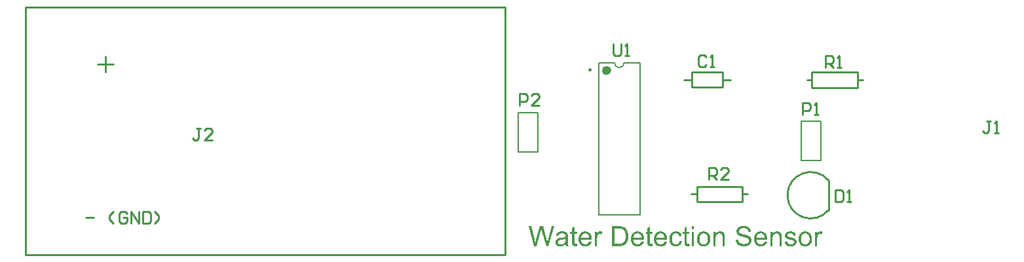
<source format=gto>
G04*
G04 #@! TF.GenerationSoftware,Altium Limited,Altium Designer,20.0.13 (296)*
G04*
G04 Layer_Color=65535*
%FSLAX25Y25*%
%MOIN*%
G70*
G01*
G75*
%ADD10C,0.02362*%
%ADD11C,0.00984*%
%ADD12C,0.00787*%
%ADD13C,0.01000*%
G36*
X444064Y116148D02*
X442825D01*
Y117570D01*
X444064D01*
Y116148D01*
D02*
G37*
G36*
X469360Y117737D02*
X469455D01*
X469572Y117723D01*
X469696Y117716D01*
X469841Y117701D01*
X469987Y117679D01*
X470148Y117657D01*
X470476Y117592D01*
X470650Y117548D01*
X470818Y117504D01*
X470986Y117446D01*
X471146Y117380D01*
X471153Y117373D01*
X471183Y117366D01*
X471226Y117344D01*
X471285Y117315D01*
X471358Y117278D01*
X471438Y117227D01*
X471533Y117176D01*
X471627Y117110D01*
X471737Y117045D01*
X471839Y116965D01*
X471948Y116877D01*
X472057Y116782D01*
X472167Y116680D01*
X472269Y116564D01*
X472371Y116447D01*
X472458Y116316D01*
X472466Y116308D01*
X472480Y116287D01*
X472502Y116243D01*
X472531Y116192D01*
X472568Y116126D01*
X472612Y116046D01*
X472648Y115959D01*
X472699Y115857D01*
X472743Y115747D01*
X472787Y115623D01*
X472830Y115492D01*
X472867Y115354D01*
X472903Y115208D01*
X472932Y115055D01*
X472947Y114894D01*
X472961Y114734D01*
X471678Y114639D01*
Y114654D01*
X471671Y114683D01*
X471664Y114734D01*
X471649Y114799D01*
X471635Y114872D01*
X471613Y114967D01*
X471584Y115069D01*
X471547Y115179D01*
X471511Y115295D01*
X471460Y115412D01*
X471401Y115529D01*
X471336Y115652D01*
X471263Y115769D01*
X471175Y115878D01*
X471081Y115988D01*
X470979Y116083D01*
X470971Y116090D01*
X470949Y116104D01*
X470920Y116126D01*
X470869Y116163D01*
X470804Y116199D01*
X470731Y116236D01*
X470643Y116279D01*
X470541Y116330D01*
X470425Y116374D01*
X470293Y116418D01*
X470148Y116454D01*
X469994Y116498D01*
X469819Y116527D01*
X469637Y116549D01*
X469440Y116564D01*
X469229Y116571D01*
X469112D01*
X469032Y116564D01*
X468930Y116556D01*
X468821Y116549D01*
X468689Y116534D01*
X468558Y116513D01*
X468267Y116462D01*
X468121Y116425D01*
X467975Y116381D01*
X467837Y116330D01*
X467698Y116272D01*
X467574Y116206D01*
X467465Y116126D01*
X467457Y116119D01*
X467443Y116104D01*
X467414Y116083D01*
X467377Y116046D01*
X467341Y116002D01*
X467290Y115951D01*
X467246Y115893D01*
X467195Y115827D01*
X467144Y115754D01*
X467093Y115667D01*
X467005Y115485D01*
X466969Y115390D01*
X466940Y115281D01*
X466925Y115171D01*
X466918Y115055D01*
Y115047D01*
Y115033D01*
Y115004D01*
X466925Y114967D01*
X466933Y114916D01*
X466940Y114865D01*
X466969Y114741D01*
X467013Y114595D01*
X467078Y114450D01*
X467122Y114369D01*
X467180Y114296D01*
X467239Y114224D01*
X467304Y114158D01*
X467312Y114151D01*
X467326Y114143D01*
X467348Y114121D01*
X467392Y114100D01*
X467443Y114063D01*
X467516Y114027D01*
X467596Y113983D01*
X467698Y113932D01*
X467822Y113881D01*
X467961Y113823D01*
X468128Y113764D01*
X468310Y113699D01*
X468522Y113633D01*
X468755Y113567D01*
X469018Y113502D01*
X469309Y113429D01*
X469316D01*
X469331Y113422D01*
X469353D01*
X469382Y113414D01*
X469418Y113407D01*
X469462Y113392D01*
X469572Y113371D01*
X469703Y113334D01*
X469856Y113298D01*
X470024Y113261D01*
X470198Y113210D01*
X470570Y113116D01*
X470753Y113065D01*
X470935Y113006D01*
X471110Y112955D01*
X471270Y112897D01*
X471416Y112846D01*
X471540Y112795D01*
X471547Y112787D01*
X471576Y112773D01*
X471627Y112751D01*
X471686Y112722D01*
X471759Y112678D01*
X471839Y112634D01*
X471934Y112576D01*
X472036Y112510D01*
X472138Y112445D01*
X472247Y112365D01*
X472466Y112190D01*
X472670Y111986D01*
X472757Y111876D01*
X472845Y111759D01*
X472852Y111752D01*
X472867Y111730D01*
X472881Y111694D01*
X472910Y111650D01*
X472940Y111592D01*
X472976Y111519D01*
X473020Y111439D01*
X473056Y111351D01*
X473093Y111249D01*
X473136Y111140D01*
X473173Y111023D01*
X473202Y110892D01*
X473231Y110761D01*
X473253Y110622D01*
X473260Y110484D01*
X473268Y110331D01*
Y110323D01*
Y110294D01*
Y110250D01*
X473260Y110192D01*
X473253Y110119D01*
X473246Y110039D01*
X473231Y109944D01*
X473209Y109835D01*
X473187Y109726D01*
X473151Y109602D01*
X473114Y109478D01*
X473071Y109347D01*
X473020Y109215D01*
X472954Y109077D01*
X472881Y108946D01*
X472801Y108807D01*
X472794Y108800D01*
X472779Y108778D01*
X472750Y108741D01*
X472714Y108691D01*
X472670Y108632D01*
X472612Y108559D01*
X472546Y108486D01*
X472466Y108406D01*
X472378Y108319D01*
X472276Y108231D01*
X472167Y108136D01*
X472050Y108042D01*
X471926Y107954D01*
X471788Y107867D01*
X471642Y107787D01*
X471482Y107706D01*
X471474Y107699D01*
X471445Y107692D01*
X471394Y107670D01*
X471328Y107648D01*
X471248Y107619D01*
X471153Y107582D01*
X471044Y107546D01*
X470920Y107510D01*
X470782Y107473D01*
X470629Y107437D01*
X470468Y107407D01*
X470301Y107371D01*
X470126Y107349D01*
X469936Y107327D01*
X469739Y107320D01*
X469542Y107313D01*
X469411D01*
X469316Y107320D01*
X469200Y107327D01*
X469061Y107334D01*
X468908Y107349D01*
X468741Y107364D01*
X468566Y107386D01*
X468383Y107407D01*
X467997Y107480D01*
X467800Y107524D01*
X467611Y107575D01*
X467421Y107641D01*
X467246Y107706D01*
X467239Y107714D01*
X467202Y107728D01*
X467159Y107750D01*
X467093Y107779D01*
X467013Y107823D01*
X466925Y107874D01*
X466823Y107940D01*
X466721Y108005D01*
X466605Y108085D01*
X466488Y108173D01*
X466364Y108275D01*
X466247Y108384D01*
X466123Y108501D01*
X466007Y108625D01*
X465897Y108763D01*
X465795Y108909D01*
X465788Y108916D01*
X465773Y108946D01*
X465744Y108989D01*
X465715Y109048D01*
X465671Y109128D01*
X465628Y109215D01*
X465577Y109317D01*
X465533Y109434D01*
X465482Y109565D01*
X465431Y109704D01*
X465387Y109857D01*
X465343Y110010D01*
X465307Y110178D01*
X465278Y110353D01*
X465256Y110535D01*
X465249Y110724D01*
X466510Y110834D01*
Y110826D01*
X466517Y110797D01*
Y110761D01*
X466532Y110710D01*
X466539Y110644D01*
X466553Y110564D01*
X466575Y110484D01*
X466597Y110389D01*
X466648Y110192D01*
X466721Y109981D01*
X466809Y109777D01*
X466918Y109580D01*
X466925Y109573D01*
X466933Y109558D01*
X466955Y109536D01*
X466984Y109500D01*
X467013Y109456D01*
X467057Y109412D01*
X467108Y109361D01*
X467166Y109303D01*
X467232Y109245D01*
X467312Y109179D01*
X467392Y109113D01*
X467487Y109048D01*
X467581Y108982D01*
X467691Y108916D01*
X467807Y108858D01*
X467931Y108800D01*
X467939D01*
X467961Y108785D01*
X468004Y108771D01*
X468055Y108756D01*
X468121Y108734D01*
X468194Y108705D01*
X468289Y108676D01*
X468383Y108654D01*
X468493Y108625D01*
X468617Y108596D01*
X468741Y108574D01*
X468879Y108545D01*
X469171Y108516D01*
X469484Y108501D01*
X469557D01*
X469615Y108508D01*
X469681D01*
X469754Y108516D01*
X469841Y108523D01*
X469936Y108530D01*
X470148Y108559D01*
X470373Y108596D01*
X470600Y108654D01*
X470825Y108727D01*
X470833D01*
X470855Y108734D01*
X470884Y108749D01*
X470920Y108771D01*
X470971Y108792D01*
X471022Y108822D01*
X471153Y108887D01*
X471292Y108975D01*
X471438Y109084D01*
X471576Y109208D01*
X471693Y109347D01*
Y109354D01*
X471708Y109368D01*
X471722Y109390D01*
X471737Y109420D01*
X471759Y109456D01*
X471788Y109500D01*
X471839Y109609D01*
X471890Y109733D01*
X471941Y109879D01*
X471970Y110046D01*
X471985Y110214D01*
Y110221D01*
Y110236D01*
Y110258D01*
X471977Y110294D01*
Y110338D01*
X471970Y110382D01*
X471948Y110498D01*
X471919Y110622D01*
X471868Y110761D01*
X471795Y110899D01*
X471700Y111038D01*
Y111045D01*
X471686Y111052D01*
X471649Y111096D01*
X471576Y111162D01*
X471533Y111205D01*
X471482Y111249D01*
X471423Y111293D01*
X471358Y111344D01*
X471285Y111395D01*
X471197Y111446D01*
X471110Y111497D01*
X471008Y111548D01*
X470906Y111592D01*
X470789Y111643D01*
X470782D01*
X470767Y111650D01*
X470745Y111658D01*
X470702Y111672D01*
X470650Y111687D01*
X470592Y111708D01*
X470512Y111730D01*
X470417Y111759D01*
X470301Y111796D01*
X470177Y111832D01*
X470031Y111869D01*
X469863Y111913D01*
X469681Y111964D01*
X469469Y112015D01*
X469243Y112073D01*
X468996Y112131D01*
X468988D01*
X468981Y112139D01*
X468959D01*
X468937Y112146D01*
X468864Y112168D01*
X468770Y112190D01*
X468660Y112219D01*
X468529Y112255D01*
X468383Y112292D01*
X468237Y112335D01*
X467917Y112430D01*
X467596Y112540D01*
X467443Y112598D01*
X467297Y112656D01*
X467173Y112707D01*
X467057Y112766D01*
X467049Y112773D01*
X467027Y112780D01*
X466991Y112802D01*
X466940Y112831D01*
X466882Y112868D01*
X466809Y112919D01*
X466736Y112970D01*
X466648Y113028D01*
X466473Y113159D01*
X466298Y113320D01*
X466123Y113502D01*
X466050Y113604D01*
X465978Y113706D01*
X465970Y113713D01*
X465963Y113735D01*
X465948Y113764D01*
X465927Y113808D01*
X465897Y113859D01*
X465868Y113917D01*
X465839Y113990D01*
X465803Y114070D01*
X465773Y114165D01*
X465737Y114260D01*
X465686Y114471D01*
X465642Y114705D01*
X465635Y114829D01*
X465628Y114960D01*
Y114967D01*
Y114996D01*
Y115033D01*
X465635Y115091D01*
X465642Y115157D01*
X465650Y115237D01*
X465664Y115324D01*
X465679Y115426D01*
X465708Y115536D01*
X465730Y115645D01*
X465766Y115762D01*
X465810Y115886D01*
X465861Y116010D01*
X465919Y116133D01*
X465985Y116265D01*
X466058Y116389D01*
X466065Y116396D01*
X466080Y116418D01*
X466102Y116454D01*
X466138Y116498D01*
X466182Y116556D01*
X466240Y116615D01*
X466306Y116688D01*
X466379Y116761D01*
X466459Y116841D01*
X466553Y116928D01*
X466656Y117008D01*
X466772Y117096D01*
X466896Y117176D01*
X467027Y117256D01*
X467166Y117329D01*
X467319Y117395D01*
X467326Y117402D01*
X467355Y117409D01*
X467399Y117424D01*
X467465Y117453D01*
X467545Y117475D01*
X467632Y117504D01*
X467742Y117541D01*
X467866Y117570D01*
X467997Y117606D01*
X468135Y117635D01*
X468289Y117664D01*
X468449Y117694D01*
X468624Y117716D01*
X468799Y117730D01*
X468981Y117737D01*
X469171Y117745D01*
X469280D01*
X469360Y117737D01*
D02*
G37*
G36*
X486375Y114945D02*
X486448Y114938D01*
X486521Y114931D01*
X486608Y114923D01*
X486791Y114894D01*
X486995Y114850D01*
X487206Y114792D01*
X487418Y114712D01*
X487425D01*
X487439Y114705D01*
X487468Y114690D01*
X487512Y114668D01*
X487556Y114646D01*
X487607Y114617D01*
X487731Y114544D01*
X487862Y114457D01*
X488001Y114348D01*
X488132Y114224D01*
X488249Y114085D01*
Y114078D01*
X488263Y114070D01*
X488278Y114049D01*
X488292Y114019D01*
X488314Y113983D01*
X488343Y113939D01*
X488402Y113830D01*
X488467Y113699D01*
X488526Y113538D01*
X488584Y113363D01*
X488635Y113174D01*
Y113166D01*
Y113159D01*
X488642Y113137D01*
X488650Y113108D01*
Y113072D01*
X488657Y113021D01*
X488664Y112962D01*
X488671Y112897D01*
X488679Y112817D01*
X488686Y112729D01*
X488693Y112634D01*
Y112525D01*
X488701Y112401D01*
X488708Y112270D01*
Y112124D01*
Y111971D01*
Y107480D01*
X487468D01*
Y111920D01*
Y111927D01*
Y111956D01*
Y111993D01*
Y112044D01*
X487461Y112109D01*
Y112182D01*
X487454Y112263D01*
Y112343D01*
X487432Y112532D01*
X487410Y112715D01*
X487374Y112897D01*
X487352Y112977D01*
X487323Y113050D01*
Y113057D01*
X487316Y113065D01*
X487308Y113086D01*
X487294Y113116D01*
X487257Y113181D01*
X487206Y113269D01*
X487133Y113363D01*
X487046Y113465D01*
X486936Y113567D01*
X486805Y113655D01*
X486798D01*
X486791Y113662D01*
X486769Y113677D01*
X486739Y113691D01*
X486667Y113728D01*
X486565Y113772D01*
X486433Y113808D01*
X486288Y113845D01*
X486127Y113874D01*
X485945Y113881D01*
X485865D01*
X485814Y113874D01*
X485741Y113866D01*
X485661Y113852D01*
X485573Y113837D01*
X485478Y113815D01*
X485369Y113794D01*
X485260Y113757D01*
X485150Y113721D01*
X485034Y113670D01*
X484917Y113611D01*
X484800Y113546D01*
X484684Y113465D01*
X484574Y113378D01*
X484567Y113371D01*
X484552Y113356D01*
X484523Y113320D01*
X484487Y113276D01*
X484443Y113217D01*
X484392Y113145D01*
X484341Y113057D01*
X484290Y112948D01*
X484239Y112831D01*
X484188Y112693D01*
X484137Y112532D01*
X484093Y112357D01*
X484057Y112168D01*
X484028Y111956D01*
X484013Y111723D01*
X484006Y111468D01*
Y107480D01*
X482766D01*
Y114792D01*
X483882D01*
Y113750D01*
X483889Y113764D01*
X483918Y113801D01*
X483969Y113859D01*
X484028Y113939D01*
X484115Y114027D01*
X484217Y114129D01*
X484334Y114238D01*
X484472Y114355D01*
X484625Y114464D01*
X484800Y114574D01*
X484990Y114675D01*
X485201Y114763D01*
X485427Y114843D01*
X485668Y114901D01*
X485930Y114938D01*
X486207Y114953D01*
X486317D01*
X486375Y114945D01*
D02*
G37*
G36*
X457390D02*
X457463Y114938D01*
X457536Y114931D01*
X457623Y114923D01*
X457805Y114894D01*
X458010Y114850D01*
X458221Y114792D01*
X458432Y114712D01*
X458440D01*
X458454Y114705D01*
X458484Y114690D01*
X458527Y114668D01*
X458571Y114646D01*
X458622Y114617D01*
X458746Y114544D01*
X458877Y114457D01*
X459016Y114348D01*
X459147Y114224D01*
X459264Y114085D01*
Y114078D01*
X459278Y114070D01*
X459293Y114049D01*
X459307Y114019D01*
X459329Y113983D01*
X459358Y113939D01*
X459417Y113830D01*
X459482Y113699D01*
X459541Y113538D01*
X459599Y113363D01*
X459650Y113174D01*
Y113166D01*
Y113159D01*
X459657Y113137D01*
X459664Y113108D01*
Y113072D01*
X459672Y113021D01*
X459679Y112962D01*
X459686Y112897D01*
X459694Y112817D01*
X459701Y112729D01*
X459708Y112634D01*
Y112525D01*
X459716Y112401D01*
X459723Y112270D01*
Y112124D01*
Y111971D01*
Y107480D01*
X458484D01*
Y111920D01*
Y111927D01*
Y111956D01*
Y111993D01*
Y112044D01*
X458476Y112109D01*
Y112182D01*
X458469Y112263D01*
Y112343D01*
X458447Y112532D01*
X458425Y112715D01*
X458389Y112897D01*
X458367Y112977D01*
X458338Y113050D01*
Y113057D01*
X458330Y113065D01*
X458323Y113086D01*
X458309Y113116D01*
X458272Y113181D01*
X458221Y113269D01*
X458148Y113363D01*
X458061Y113465D01*
X457951Y113567D01*
X457820Y113655D01*
X457813D01*
X457805Y113662D01*
X457784Y113677D01*
X457755Y113691D01*
X457682Y113728D01*
X457580Y113772D01*
X457448Y113808D01*
X457303Y113845D01*
X457142Y113874D01*
X456960Y113881D01*
X456880D01*
X456829Y113874D01*
X456756Y113866D01*
X456676Y113852D01*
X456588Y113837D01*
X456493Y113815D01*
X456384Y113794D01*
X456275Y113757D01*
X456165Y113721D01*
X456049Y113670D01*
X455932Y113611D01*
X455815Y113546D01*
X455699Y113465D01*
X455589Y113378D01*
X455582Y113371D01*
X455568Y113356D01*
X455538Y113320D01*
X455502Y113276D01*
X455458Y113217D01*
X455407Y113145D01*
X455356Y113057D01*
X455305Y112948D01*
X455254Y112831D01*
X455203Y112693D01*
X455152Y112532D01*
X455108Y112357D01*
X455072Y112168D01*
X455043Y111956D01*
X455028Y111723D01*
X455021Y111468D01*
Y107480D01*
X453782D01*
Y114792D01*
X454897D01*
Y113750D01*
X454904Y113764D01*
X454933Y113801D01*
X454984Y113859D01*
X455043Y113939D01*
X455130Y114027D01*
X455232Y114129D01*
X455349Y114238D01*
X455487Y114355D01*
X455640Y114464D01*
X455815Y114574D01*
X456005Y114675D01*
X456216Y114763D01*
X456442Y114843D01*
X456683Y114901D01*
X456945Y114938D01*
X457222Y114953D01*
X457332D01*
X457390Y114945D01*
D02*
G37*
G36*
X508282D02*
X508340Y114938D01*
X508405Y114931D01*
X508478Y114916D01*
X508566Y114901D01*
X508661Y114880D01*
X508763Y114858D01*
X508974Y114785D01*
X509091Y114741D01*
X509207Y114683D01*
X509324Y114625D01*
X509448Y114552D01*
X509011Y113407D01*
X509003D01*
X508989Y113422D01*
X508967Y113429D01*
X508930Y113451D01*
X508894Y113465D01*
X508843Y113487D01*
X508726Y113538D01*
X508595Y113589D01*
X508442Y113626D01*
X508274Y113655D01*
X508107Y113670D01*
X508041D01*
X507961Y113655D01*
X507866Y113640D01*
X507757Y113611D01*
X507633Y113567D01*
X507509Y113502D01*
X507385Y113422D01*
X507370Y113407D01*
X507334Y113378D01*
X507275Y113320D01*
X507210Y113247D01*
X507130Y113152D01*
X507057Y113035D01*
X506984Y112897D01*
X506926Y112744D01*
Y112736D01*
X506918Y112715D01*
X506904Y112678D01*
X506896Y112627D01*
X506882Y112569D01*
X506860Y112496D01*
X506845Y112408D01*
X506823Y112321D01*
X506802Y112212D01*
X506787Y112102D01*
X506773Y111986D01*
X506751Y111862D01*
X506729Y111592D01*
X506721Y111300D01*
Y107480D01*
X505482D01*
Y114792D01*
X506598D01*
Y113670D01*
X506605Y113677D01*
X506619Y113706D01*
X506641Y113742D01*
X506670Y113794D01*
X506707Y113859D01*
X506751Y113932D01*
X506853Y114092D01*
X506977Y114260D01*
X507108Y114435D01*
X507173Y114508D01*
X507239Y114581D01*
X507312Y114646D01*
X507377Y114697D01*
X507385D01*
X507392Y114712D01*
X507414Y114719D01*
X507443Y114741D01*
X507516Y114778D01*
X507611Y114829D01*
X507735Y114872D01*
X507866Y114916D01*
X508012Y114945D01*
X508172Y114953D01*
X508238D01*
X508282Y114945D01*
D02*
G37*
G36*
X396271D02*
X396329Y114938D01*
X396395Y114931D01*
X396467Y114916D01*
X396555Y114901D01*
X396650Y114880D01*
X396752Y114858D01*
X396963Y114785D01*
X397080Y114741D01*
X397197Y114683D01*
X397313Y114625D01*
X397437Y114552D01*
X397000Y113407D01*
X396992D01*
X396978Y113422D01*
X396956Y113429D01*
X396919Y113451D01*
X396883Y113465D01*
X396832Y113487D01*
X396715Y113538D01*
X396584Y113589D01*
X396431Y113626D01*
X396263Y113655D01*
X396096Y113670D01*
X396030D01*
X395950Y113655D01*
X395855Y113640D01*
X395746Y113611D01*
X395622Y113567D01*
X395498Y113502D01*
X395374Y113422D01*
X395359Y113407D01*
X395323Y113378D01*
X395265Y113320D01*
X395199Y113247D01*
X395119Y113152D01*
X395046Y113035D01*
X394973Y112897D01*
X394915Y112744D01*
Y112736D01*
X394907Y112715D01*
X394893Y112678D01*
X394886Y112627D01*
X394871Y112569D01*
X394849Y112496D01*
X394834Y112408D01*
X394813Y112321D01*
X394791Y112212D01*
X394776Y112102D01*
X394762Y111986D01*
X394740Y111862D01*
X394718Y111592D01*
X394711Y111300D01*
Y107480D01*
X393471D01*
Y114792D01*
X394587D01*
Y113670D01*
X394594Y113677D01*
X394608Y113706D01*
X394630Y113742D01*
X394660Y113794D01*
X394696Y113859D01*
X394740Y113932D01*
X394842Y114092D01*
X394966Y114260D01*
X395097Y114435D01*
X395163Y114508D01*
X395228Y114581D01*
X395301Y114646D01*
X395367Y114697D01*
X395374D01*
X395381Y114712D01*
X395403Y114719D01*
X395432Y114741D01*
X395505Y114778D01*
X395600Y114829D01*
X395724Y114872D01*
X395855Y114916D01*
X396001Y114945D01*
X396161Y114953D01*
X396227D01*
X396271Y114945D01*
D02*
G37*
G36*
X493220D02*
X493308Y114938D01*
X493410Y114931D01*
X493519Y114923D01*
X493629Y114909D01*
X493752Y114894D01*
X494008Y114850D01*
X494270Y114785D01*
X494518Y114705D01*
X494525D01*
X494547Y114690D01*
X494584Y114683D01*
X494627Y114661D01*
X494678Y114632D01*
X494737Y114603D01*
X494882Y114530D01*
X495036Y114435D01*
X495196Y114318D01*
X495342Y114187D01*
X495415Y114114D01*
X495473Y114034D01*
X495480Y114027D01*
X495488Y114012D01*
X495502Y113990D01*
X495524Y113954D01*
X495553Y113917D01*
X495582Y113866D01*
X495611Y113801D01*
X495648Y113735D01*
X495684Y113655D01*
X495721Y113575D01*
X495757Y113480D01*
X495786Y113378D01*
X495823Y113269D01*
X495859Y113159D01*
X495910Y112904D01*
X494700Y112736D01*
Y112744D01*
X494693Y112758D01*
Y112787D01*
X494678Y112831D01*
X494671Y112875D01*
X494649Y112933D01*
X494605Y113057D01*
X494540Y113196D01*
X494460Y113341D01*
X494350Y113487D01*
X494285Y113553D01*
X494212Y113611D01*
X494205Y113619D01*
X494197Y113626D01*
X494168Y113640D01*
X494139Y113662D01*
X494095Y113684D01*
X494051Y113713D01*
X493993Y113742D01*
X493927Y113772D01*
X493847Y113801D01*
X493767Y113830D01*
X493672Y113859D01*
X493578Y113881D01*
X493468Y113903D01*
X493352Y113917D01*
X493228Y113932D01*
X493016D01*
X492958Y113925D01*
X492885D01*
X492805Y113917D01*
X492717Y113910D01*
X492623Y113895D01*
X492418Y113866D01*
X492214Y113815D01*
X492120Y113779D01*
X492032Y113742D01*
X491945Y113699D01*
X491872Y113648D01*
X491864D01*
X491857Y113633D01*
X491813Y113597D01*
X491755Y113538D01*
X491689Y113458D01*
X491624Y113363D01*
X491566Y113254D01*
X491522Y113130D01*
X491514Y113057D01*
X491507Y112992D01*
Y112984D01*
Y112948D01*
X491514Y112904D01*
X491529Y112846D01*
X491544Y112780D01*
X491566Y112707D01*
X491602Y112627D01*
X491653Y112554D01*
X491660Y112547D01*
X491682Y112525D01*
X491719Y112488D01*
X491770Y112437D01*
X491835Y112387D01*
X491923Y112335D01*
X492018Y112277D01*
X492134Y112226D01*
X492141D01*
X492156Y112219D01*
X492178Y112212D01*
X492207Y112204D01*
X492243Y112190D01*
X492287Y112182D01*
X492338Y112161D01*
X492404Y112146D01*
X492484Y112124D01*
X492572Y112095D01*
X492674Y112066D01*
X492790Y112037D01*
X492921Y112000D01*
X493075Y111956D01*
X493235Y111913D01*
X493242D01*
X493250Y111905D01*
X493293Y111898D01*
X493359Y111876D01*
X493446Y111854D01*
X493556Y111825D01*
X493680Y111789D01*
X493818Y111752D01*
X493957Y111708D01*
X494263Y111621D01*
X494569Y111519D01*
X494707Y111475D01*
X494846Y111424D01*
X494963Y111381D01*
X495072Y111337D01*
X495079D01*
X495094Y111329D01*
X495123Y111315D01*
X495159Y111293D01*
X495203Y111271D01*
X495254Y111242D01*
X495371Y111169D01*
X495502Y111074D01*
X495633Y110965D01*
X495765Y110834D01*
X495889Y110681D01*
Y110673D01*
X495903Y110659D01*
X495918Y110637D01*
X495932Y110608D01*
X495961Y110564D01*
X495983Y110513D01*
X496012Y110455D01*
X496042Y110389D01*
X496064Y110316D01*
X496093Y110236D01*
X496144Y110061D01*
X496173Y109857D01*
X496187Y109631D01*
Y109624D01*
Y109602D01*
Y109573D01*
X496180Y109529D01*
Y109470D01*
X496166Y109405D01*
X496158Y109332D01*
X496144Y109252D01*
X496100Y109077D01*
X496034Y108880D01*
X495991Y108778D01*
X495947Y108669D01*
X495889Y108566D01*
X495823Y108465D01*
X495816Y108457D01*
X495808Y108443D01*
X495786Y108413D01*
X495757Y108377D01*
X495721Y108326D01*
X495670Y108275D01*
X495619Y108217D01*
X495553Y108151D01*
X495488Y108085D01*
X495407Y108020D01*
X495320Y107947D01*
X495225Y107874D01*
X495123Y107808D01*
X495014Y107743D01*
X494897Y107677D01*
X494773Y107619D01*
X494766D01*
X494744Y107604D01*
X494707Y107590D01*
X494657Y107575D01*
X494591Y107553D01*
X494511Y107524D01*
X494423Y107495D01*
X494328Y107473D01*
X494219Y107444D01*
X494102Y107415D01*
X493971Y107393D01*
X493840Y107364D01*
X493548Y107334D01*
X493235Y107320D01*
X493169D01*
X493096Y107327D01*
X493002D01*
X492878Y107342D01*
X492746Y107349D01*
X492593Y107371D01*
X492426Y107393D01*
X492251Y107422D01*
X492076Y107466D01*
X491894Y107510D01*
X491711Y107568D01*
X491536Y107633D01*
X491361Y107714D01*
X491201Y107808D01*
X491055Y107910D01*
X491048Y107918D01*
X491026Y107940D01*
X490982Y107976D01*
X490939Y108020D01*
X490880Y108085D01*
X490807Y108158D01*
X490734Y108246D01*
X490662Y108355D01*
X490581Y108472D01*
X490494Y108596D01*
X490421Y108741D01*
X490341Y108902D01*
X490268Y109070D01*
X490210Y109259D01*
X490151Y109456D01*
X490107Y109667D01*
X491332Y109857D01*
Y109850D01*
X491339Y109828D01*
X491347Y109784D01*
X491354Y109733D01*
X491369Y109675D01*
X491391Y109602D01*
X491412Y109521D01*
X491442Y109441D01*
X491514Y109259D01*
X491617Y109070D01*
X491675Y108975D01*
X491741Y108887D01*
X491821Y108807D01*
X491901Y108727D01*
X491908Y108720D01*
X491923Y108712D01*
X491952Y108691D01*
X491988Y108669D01*
X492039Y108639D01*
X492098Y108603D01*
X492163Y108566D01*
X492243Y108537D01*
X492331Y108501D01*
X492433Y108465D01*
X492542Y108428D01*
X492659Y108399D01*
X492790Y108377D01*
X492929Y108355D01*
X493075Y108348D01*
X493228Y108341D01*
X493308D01*
X493366Y108348D01*
X493439D01*
X493519Y108362D01*
X493607Y108370D01*
X493709Y108384D01*
X493913Y108428D01*
X494124Y108486D01*
X494321Y108574D01*
X494416Y108625D01*
X494496Y108683D01*
X494503Y108691D01*
X494511Y108698D01*
X494533Y108720D01*
X494562Y108749D01*
X494627Y108822D01*
X494707Y108916D01*
X494780Y109033D01*
X494846Y109179D01*
X494875Y109252D01*
X494897Y109332D01*
X494904Y109412D01*
X494912Y109500D01*
Y109507D01*
Y109521D01*
Y109543D01*
X494904Y109565D01*
X494890Y109645D01*
X494868Y109740D01*
X494824Y109842D01*
X494759Y109952D01*
X494715Y110003D01*
X494664Y110061D01*
X494605Y110112D01*
X494540Y110156D01*
X494525Y110163D01*
X494511Y110170D01*
X494489Y110185D01*
X494452Y110199D01*
X494409Y110221D01*
X494350Y110243D01*
X494292Y110272D01*
X494212Y110301D01*
X494124Y110331D01*
X494015Y110367D01*
X493898Y110404D01*
X493767Y110440D01*
X493621Y110484D01*
X493454Y110528D01*
X493271Y110571D01*
X493264D01*
X493257Y110579D01*
X493213Y110586D01*
X493140Y110608D01*
X493053Y110630D01*
X492936Y110659D01*
X492812Y110695D01*
X492674Y110732D01*
X492521Y110775D01*
X492207Y110870D01*
X491894Y110972D01*
X491748Y111023D01*
X491609Y111074D01*
X491485Y111125D01*
X491376Y111169D01*
X491369D01*
X491354Y111184D01*
X491325Y111198D01*
X491289Y111213D01*
X491245Y111242D01*
X491194Y111271D01*
X491077Y111351D01*
X490953Y111446D01*
X490822Y111563D01*
X490691Y111701D01*
X490581Y111862D01*
Y111869D01*
X490567Y111883D01*
X490559Y111905D01*
X490538Y111942D01*
X490516Y111978D01*
X490494Y112029D01*
X490472Y112088D01*
X490450Y112153D01*
X490399Y112299D01*
X490355Y112467D01*
X490326Y112649D01*
X490312Y112846D01*
Y112853D01*
Y112868D01*
Y112897D01*
X490319Y112926D01*
Y112970D01*
X490326Y113021D01*
X490341Y113145D01*
X490363Y113283D01*
X490406Y113436D01*
X490457Y113589D01*
X490530Y113750D01*
Y113757D01*
X490538Y113772D01*
X490552Y113794D01*
X490574Y113823D01*
X490625Y113895D01*
X490691Y113990D01*
X490778Y114100D01*
X490888Y114216D01*
X491004Y114333D01*
X491143Y114442D01*
X491157Y114450D01*
X491194Y114479D01*
X491259Y114515D01*
X491354Y114566D01*
X491464Y114625D01*
X491595Y114683D01*
X491755Y114741D01*
X491930Y114799D01*
X491937D01*
X491952Y114807D01*
X491981Y114814D01*
X492018Y114821D01*
X492061Y114836D01*
X492120Y114850D01*
X492185Y114865D01*
X492251Y114880D01*
X492411Y114901D01*
X492593Y114931D01*
X492790Y114945D01*
X493002Y114953D01*
X493148D01*
X493220Y114945D01*
D02*
G37*
G36*
X434922D02*
X435002D01*
X435105Y114931D01*
X435221Y114923D01*
X435352Y114901D01*
X435498Y114880D01*
X435651Y114843D01*
X435804Y114807D01*
X435965Y114756D01*
X436132Y114697D01*
X436293Y114632D01*
X436453Y114544D01*
X436606Y114457D01*
X436752Y114348D01*
X436759Y114340D01*
X436789Y114318D01*
X436825Y114282D01*
X436876Y114238D01*
X436934Y114172D01*
X437007Y114100D01*
X437080Y114012D01*
X437160Y113910D01*
X437240Y113794D01*
X437321Y113662D01*
X437408Y113524D01*
X437481Y113371D01*
X437561Y113210D01*
X437627Y113028D01*
X437685Y112846D01*
X437729Y112642D01*
X436526Y112459D01*
Y112467D01*
X436519Y112488D01*
X436504Y112532D01*
X436490Y112576D01*
X436475Y112642D01*
X436446Y112707D01*
X436417Y112787D01*
X436387Y112868D01*
X436300Y113050D01*
X436191Y113232D01*
X436067Y113407D01*
X435994Y113487D01*
X435914Y113560D01*
X435906Y113567D01*
X435892Y113575D01*
X435870Y113597D01*
X435834Y113619D01*
X435797Y113648D01*
X435746Y113677D01*
X435688Y113713D01*
X435615Y113750D01*
X435462Y113815D01*
X435287Y113874D01*
X435083Y113917D01*
X434973Y113925D01*
X434857Y113932D01*
X434813D01*
X434769Y113925D01*
X434703D01*
X434623Y113910D01*
X434529Y113895D01*
X434426Y113874D01*
X434317Y113852D01*
X434200Y113815D01*
X434077Y113772D01*
X433953Y113713D01*
X433821Y113648D01*
X433698Y113575D01*
X433574Y113480D01*
X433457Y113378D01*
X433340Y113261D01*
X433333Y113254D01*
X433318Y113232D01*
X433289Y113188D01*
X433253Y113137D01*
X433202Y113065D01*
X433158Y112970D01*
X433100Y112868D01*
X433049Y112744D01*
X432998Y112605D01*
X432939Y112452D01*
X432896Y112277D01*
X432852Y112080D01*
X432808Y111876D01*
X432779Y111650D01*
X432764Y111402D01*
X432757Y111140D01*
Y111133D01*
Y111125D01*
Y111103D01*
Y111074D01*
X432764Y111001D01*
Y110899D01*
X432772Y110775D01*
X432786Y110637D01*
X432801Y110484D01*
X432830Y110323D01*
X432859Y110149D01*
X432896Y109974D01*
X432939Y109791D01*
X432998Y109616D01*
X433056Y109449D01*
X433136Y109288D01*
X433216Y109135D01*
X433318Y109004D01*
X433326Y108997D01*
X433348Y108975D01*
X433377Y108946D01*
X433421Y108902D01*
X433479Y108851D01*
X433544Y108792D01*
X433625Y108734D01*
X433712Y108676D01*
X433814Y108610D01*
X433923Y108552D01*
X434047Y108494D01*
X434179Y108443D01*
X434317Y108399D01*
X434463Y108370D01*
X434623Y108348D01*
X434791Y108341D01*
X434864D01*
X434915Y108348D01*
X434973Y108355D01*
X435046Y108362D01*
X435126Y108377D01*
X435214Y108399D01*
X435411Y108450D01*
X435513Y108486D01*
X435615Y108530D01*
X435717Y108581D01*
X435819Y108639D01*
X435914Y108705D01*
X436008Y108785D01*
X436016Y108792D01*
X436030Y108807D01*
X436052Y108836D01*
X436089Y108873D01*
X436125Y108916D01*
X436169Y108975D01*
X436220Y109048D01*
X436271Y109128D01*
X436322Y109215D01*
X436373Y109317D01*
X436424Y109427D01*
X436475Y109558D01*
X436526Y109689D01*
X436562Y109835D01*
X436599Y109995D01*
X436628Y110163D01*
X437846Y109995D01*
Y109981D01*
X437838Y109937D01*
X437824Y109871D01*
X437802Y109784D01*
X437773Y109682D01*
X437736Y109558D01*
X437692Y109427D01*
X437641Y109274D01*
X437576Y109121D01*
X437503Y108960D01*
X437423Y108800D01*
X437328Y108632D01*
X437219Y108472D01*
X437102Y108311D01*
X436963Y108166D01*
X436818Y108027D01*
X436810Y108020D01*
X436781Y107998D01*
X436737Y107961D01*
X436672Y107918D01*
X436592Y107867D01*
X436497Y107801D01*
X436387Y107743D01*
X436256Y107677D01*
X436118Y107604D01*
X435965Y107546D01*
X435797Y107488D01*
X435622Y107429D01*
X435432Y107386D01*
X435228Y107349D01*
X435017Y107327D01*
X434798Y107320D01*
X434733D01*
X434653Y107327D01*
X434550Y107334D01*
X434426Y107349D01*
X434281Y107371D01*
X434113Y107400D01*
X433938Y107444D01*
X433748Y107495D01*
X433552Y107561D01*
X433355Y107641D01*
X433151Y107736D01*
X432954Y107845D01*
X432757Y107976D01*
X432568Y108122D01*
X432393Y108297D01*
X432385Y108311D01*
X432356Y108341D01*
X432305Y108399D01*
X432254Y108479D01*
X432181Y108581D01*
X432101Y108705D01*
X432021Y108851D01*
X431941Y109011D01*
X431853Y109201D01*
X431773Y109412D01*
X431693Y109645D01*
X431627Y109893D01*
X431569Y110163D01*
X431518Y110455D01*
X431489Y110768D01*
X431481Y111103D01*
Y111118D01*
Y111154D01*
Y111220D01*
X431489Y111300D01*
X431496Y111402D01*
X431503Y111526D01*
X431510Y111658D01*
X431532Y111803D01*
X431547Y111964D01*
X431576Y112131D01*
X431642Y112474D01*
X431685Y112656D01*
X431744Y112831D01*
X431802Y113006D01*
X431868Y113174D01*
X431875Y113181D01*
X431890Y113210D01*
X431912Y113261D01*
X431941Y113320D01*
X431984Y113392D01*
X432035Y113480D01*
X432094Y113575D01*
X432167Y113677D01*
X432247Y113779D01*
X432334Y113888D01*
X432429Y114005D01*
X432538Y114114D01*
X432655Y114216D01*
X432779Y114326D01*
X432917Y114420D01*
X433063Y114508D01*
X433071Y114515D01*
X433100Y114530D01*
X433144Y114552D01*
X433202Y114581D01*
X433275Y114610D01*
X433369Y114646D01*
X433471Y114690D01*
X433581Y114734D01*
X433705Y114770D01*
X433843Y114814D01*
X433982Y114850D01*
X434135Y114887D01*
X434295Y114909D01*
X434463Y114931D01*
X434631Y114945D01*
X434806Y114953D01*
X434857D01*
X434922Y114945D01*
D02*
G37*
G36*
X370041Y107480D02*
X368744D01*
X366637Y115164D01*
Y115179D01*
X366622Y115208D01*
X366608Y115251D01*
X366593Y115317D01*
X366571Y115397D01*
X366549Y115477D01*
X366520Y115572D01*
X366491Y115674D01*
X366433Y115878D01*
X366411Y115973D01*
X366382Y116068D01*
X366360Y116155D01*
X366338Y116228D01*
X366323Y116294D01*
X366309Y116345D01*
Y116338D01*
X366301Y116316D01*
X366294Y116279D01*
X366280Y116228D01*
X366265Y116170D01*
X366250Y116097D01*
X366229Y116024D01*
X366207Y115937D01*
X366163Y115754D01*
X366112Y115558D01*
X366061Y115354D01*
X366010Y115164D01*
X363889Y107480D01*
X362503D01*
X359842Y117570D01*
X361206D01*
X362737Y110950D01*
Y110936D01*
X362751Y110907D01*
X362758Y110848D01*
X362780Y110775D01*
X362802Y110681D01*
X362824Y110571D01*
X362853Y110440D01*
X362882Y110301D01*
X362919Y110156D01*
X362948Y109995D01*
X362984Y109820D01*
X363021Y109645D01*
X363094Y109274D01*
X363167Y108887D01*
Y108895D01*
X363174Y108909D01*
Y108931D01*
X363181Y108960D01*
X363196Y108997D01*
X363203Y109040D01*
X363225Y109142D01*
X363262Y109274D01*
X363291Y109412D01*
X363327Y109565D01*
X363371Y109726D01*
X363451Y110054D01*
X363488Y110214D01*
X363524Y110360D01*
X363560Y110491D01*
X363582Y110600D01*
X363612Y110695D01*
X363619Y110724D01*
X363626Y110754D01*
X365536Y117570D01*
X367147D01*
X368590Y112459D01*
Y112452D01*
X368598Y112437D01*
X368605Y112408D01*
X368612Y112372D01*
X368627Y112328D01*
X368642Y112270D01*
X368656Y112212D01*
X368678Y112139D01*
X368700Y112058D01*
X368722Y111971D01*
X368773Y111767D01*
X368831Y111548D01*
X368889Y111300D01*
X368955Y111030D01*
X369021Y110754D01*
X369086Y110455D01*
X369152Y110149D01*
X369276Y109521D01*
X369378Y108887D01*
Y108902D01*
X369385Y108931D01*
X369400Y108982D01*
X369414Y109055D01*
X369436Y109150D01*
X369458Y109252D01*
X369487Y109383D01*
X369516Y109521D01*
X369553Y109675D01*
X369589Y109842D01*
X369626Y110024D01*
X369677Y110214D01*
X369721Y110418D01*
X369772Y110630D01*
X369823Y110856D01*
X369881Y111082D01*
X371463Y117570D01*
X372811D01*
X370041Y107480D01*
D02*
G37*
G36*
X444064D02*
X442825D01*
Y114792D01*
X444064D01*
Y107480D01*
D02*
G37*
G36*
X406010Y117562D02*
X406127D01*
X406251Y117555D01*
X406389D01*
X406681Y117533D01*
X406980Y117511D01*
X407126Y117490D01*
X407264Y117475D01*
X407395Y117453D01*
X407519Y117424D01*
X407526D01*
X407556Y117417D01*
X407599Y117402D01*
X407665Y117387D01*
X407738Y117358D01*
X407825Y117329D01*
X407920Y117300D01*
X408029Y117256D01*
X408255Y117161D01*
X408503Y117030D01*
X408751Y116884D01*
X408875Y116797D01*
X408992Y116702D01*
X408999Y116695D01*
X409028Y116673D01*
X409072Y116629D01*
X409123Y116578D01*
X409189Y116513D01*
X409269Y116432D01*
X409349Y116338D01*
X409444Y116236D01*
X409539Y116112D01*
X409633Y115980D01*
X409735Y115842D01*
X409837Y115689D01*
X409932Y115521D01*
X410020Y115354D01*
X410107Y115164D01*
X410187Y114974D01*
X410194Y114960D01*
X410202Y114923D01*
X410224Y114872D01*
X410253Y114792D01*
X410282Y114690D01*
X410311Y114574D01*
X410348Y114435D01*
X410391Y114282D01*
X410428Y114114D01*
X410464Y113925D01*
X410493Y113728D01*
X410523Y113516D01*
X410552Y113298D01*
X410574Y113065D01*
X410581Y112824D01*
X410588Y112576D01*
Y112561D01*
Y112525D01*
Y112467D01*
X410581Y112379D01*
Y112284D01*
X410574Y112168D01*
X410566Y112037D01*
X410552Y111891D01*
X410537Y111738D01*
X410523Y111570D01*
X410472Y111227D01*
X410406Y110877D01*
X410319Y110535D01*
Y110528D01*
X410304Y110498D01*
X410289Y110447D01*
X410267Y110389D01*
X410246Y110316D01*
X410209Y110229D01*
X410173Y110127D01*
X410129Y110024D01*
X410034Y109791D01*
X409910Y109543D01*
X409779Y109303D01*
X409626Y109070D01*
X409619Y109062D01*
X409604Y109048D01*
X409582Y109011D01*
X409553Y108975D01*
X409517Y108924D01*
X409466Y108865D01*
X409356Y108734D01*
X409218Y108588D01*
X409065Y108435D01*
X408890Y108290D01*
X408707Y108151D01*
X408700D01*
X408685Y108136D01*
X408656Y108122D01*
X408620Y108100D01*
X408569Y108071D01*
X408511Y108042D01*
X408445Y108005D01*
X408372Y107969D01*
X408285Y107925D01*
X408197Y107881D01*
X408095Y107845D01*
X407993Y107801D01*
X407760Y107721D01*
X407505Y107648D01*
X407497D01*
X407475Y107641D01*
X407432Y107633D01*
X407381Y107619D01*
X407315Y107612D01*
X407235Y107597D01*
X407140Y107582D01*
X407038Y107568D01*
X406921Y107546D01*
X406797Y107531D01*
X406666Y107517D01*
X406520Y107510D01*
X406375Y107495D01*
X406214Y107488D01*
X405886Y107480D01*
X402248D01*
Y117570D01*
X405915D01*
X406010Y117562D01*
D02*
G37*
G36*
X377215Y114945D02*
X377309Y114938D01*
X377411Y114931D01*
X377521Y114923D01*
X377761Y114894D01*
X378016Y114858D01*
X378264Y114799D01*
X378388Y114763D01*
X378498Y114727D01*
X378505D01*
X378527Y114719D01*
X378556Y114705D01*
X378592Y114690D01*
X378643Y114668D01*
X378695Y114639D01*
X378826Y114574D01*
X378964Y114493D01*
X379110Y114399D01*
X379241Y114296D01*
X379358Y114172D01*
Y114165D01*
X379372Y114158D01*
X379387Y114136D01*
X379402Y114114D01*
X379453Y114041D01*
X379511Y113939D01*
X379576Y113815D01*
X379635Y113677D01*
X379693Y113509D01*
X379744Y113327D01*
Y113312D01*
X379751Y113290D01*
Y113269D01*
X379759Y113232D01*
X379766Y113181D01*
X379773Y113130D01*
X379781Y113065D01*
Y112992D01*
X379788Y112911D01*
X379795Y112817D01*
X379802Y112715D01*
Y112598D01*
X379810Y112474D01*
Y112335D01*
Y112190D01*
Y110542D01*
Y110535D01*
Y110520D01*
Y110498D01*
Y110469D01*
Y110425D01*
Y110382D01*
Y110265D01*
Y110127D01*
X379817Y109974D01*
Y109799D01*
Y109624D01*
X379824Y109252D01*
X379832Y109070D01*
X379839Y108887D01*
X379846Y108727D01*
X379861Y108581D01*
X379868Y108457D01*
X379875Y108399D01*
X379883Y108355D01*
Y108348D01*
X379890Y108333D01*
Y108311D01*
X379897Y108275D01*
X379912Y108238D01*
X379919Y108187D01*
X379956Y108071D01*
X379999Y107940D01*
X380050Y107794D01*
X380123Y107641D01*
X380204Y107480D01*
X378913D01*
Y107488D01*
X378906Y107495D01*
X378891Y107517D01*
X378884Y107546D01*
X378862Y107582D01*
X378848Y107633D01*
X378804Y107736D01*
X378760Y107874D01*
X378716Y108027D01*
X378687Y108195D01*
X378658Y108384D01*
X378651Y108377D01*
X378629Y108355D01*
X378592Y108326D01*
X378541Y108290D01*
X378476Y108238D01*
X378403Y108187D01*
X378323Y108122D01*
X378235Y108056D01*
X378133Y107991D01*
X378031Y107925D01*
X377805Y107787D01*
X377572Y107655D01*
X377448Y107604D01*
X377331Y107553D01*
X377324D01*
X377302Y107546D01*
X377266Y107531D01*
X377222Y107517D01*
X377164Y107502D01*
X377091Y107480D01*
X377010Y107458D01*
X376923Y107437D01*
X376828Y107415D01*
X376719Y107393D01*
X376486Y107356D01*
X376238Y107327D01*
X375968Y107320D01*
X375917D01*
X375851Y107327D01*
X375771D01*
X375669Y107334D01*
X375553Y107349D01*
X375421Y107371D01*
X375283Y107393D01*
X375137Y107422D01*
X374991Y107466D01*
X374831Y107510D01*
X374678Y107568D01*
X374532Y107633D01*
X374379Y107714D01*
X374248Y107801D01*
X374116Y107903D01*
X374109Y107910D01*
X374087Y107932D01*
X374058Y107961D01*
X374014Y108012D01*
X373971Y108071D01*
X373912Y108136D01*
X373854Y108217D01*
X373796Y108311D01*
X373737Y108413D01*
X373679Y108530D01*
X373621Y108654D01*
X373577Y108785D01*
X373533Y108931D01*
X373504Y109077D01*
X373482Y109237D01*
X373475Y109405D01*
Y109412D01*
Y109427D01*
Y109456D01*
X373482Y109500D01*
Y109543D01*
X373489Y109602D01*
X373504Y109733D01*
X373533Y109879D01*
X373577Y110046D01*
X373635Y110214D01*
X373715Y110382D01*
Y110389D01*
X373730Y110404D01*
X373737Y110425D01*
X373759Y110455D01*
X373810Y110535D01*
X373883Y110637D01*
X373978Y110754D01*
X374087Y110870D01*
X374211Y110987D01*
X374350Y111096D01*
X374357D01*
X374372Y111111D01*
X374393Y111125D01*
X374423Y111140D01*
X374459Y111162D01*
X374503Y111191D01*
X374612Y111249D01*
X374743Y111315D01*
X374896Y111381D01*
X375064Y111446D01*
X375246Y111504D01*
X375254D01*
X375261Y111512D01*
X375283D01*
X375312Y111519D01*
X375356Y111526D01*
X375399Y111541D01*
X375458Y111548D01*
X375523Y111563D01*
X375596Y111577D01*
X375676Y111592D01*
X375764Y111606D01*
X375866Y111621D01*
X375975Y111636D01*
X376092Y111658D01*
X376216Y111672D01*
X376347Y111687D01*
X376362D01*
X376383Y111694D01*
X376413D01*
X376493Y111708D01*
X376595Y111716D01*
X376719Y111738D01*
X376857Y111759D01*
X377018Y111781D01*
X377185Y111811D01*
X377360Y111840D01*
X377543Y111869D01*
X377907Y111942D01*
X378089Y111986D01*
X378257Y112029D01*
X378410Y112073D01*
X378556Y112117D01*
Y112131D01*
Y112161D01*
Y112197D01*
X378563Y112248D01*
Y112357D01*
Y112401D01*
Y112437D01*
Y112445D01*
Y112474D01*
Y112510D01*
X378556Y112561D01*
Y112620D01*
X378541Y112693D01*
X378520Y112853D01*
X378476Y113028D01*
X378410Y113210D01*
X378374Y113290D01*
X378323Y113371D01*
X378272Y113436D01*
X378206Y113502D01*
X378199Y113509D01*
X378184Y113524D01*
X378155Y113538D01*
X378119Y113567D01*
X378067Y113597D01*
X378009Y113633D01*
X377936Y113677D01*
X377856Y113713D01*
X377761Y113750D01*
X377652Y113794D01*
X377543Y113830D01*
X377411Y113859D01*
X377273Y113888D01*
X377127Y113910D01*
X376967Y113917D01*
X376799Y113925D01*
X376719D01*
X376653Y113917D01*
X376580D01*
X376500Y113910D01*
X376405Y113895D01*
X376311Y113888D01*
X376099Y113852D01*
X375888Y113794D01*
X375684Y113713D01*
X375589Y113670D01*
X375509Y113611D01*
X375501D01*
X375494Y113597D01*
X375472Y113575D01*
X375443Y113553D01*
X375407Y113516D01*
X375370Y113473D01*
X375326Y113422D01*
X375275Y113363D01*
X375224Y113290D01*
X375173Y113210D01*
X375122Y113123D01*
X375079Y113028D01*
X375028Y112919D01*
X374977Y112802D01*
X374933Y112671D01*
X374896Y112532D01*
X373686Y112700D01*
Y112707D01*
X373693Y112736D01*
X373701Y112773D01*
X373715Y112831D01*
X373737Y112897D01*
X373759Y112970D01*
X373781Y113057D01*
X373817Y113145D01*
X373890Y113349D01*
X373985Y113553D01*
X374095Y113764D01*
X374226Y113954D01*
X374233Y113961D01*
X374240Y113976D01*
X374262Y113998D01*
X374299Y114034D01*
X374335Y114070D01*
X374386Y114121D01*
X374437Y114172D01*
X374503Y114224D01*
X374576Y114282D01*
X374663Y114348D01*
X374751Y114406D01*
X374845Y114464D01*
X374955Y114530D01*
X375064Y114588D01*
X375188Y114639D01*
X375319Y114690D01*
X375326D01*
X375348Y114705D01*
X375392Y114712D01*
X375443Y114734D01*
X375516Y114748D01*
X375596Y114770D01*
X375691Y114799D01*
X375793Y114821D01*
X375910Y114843D01*
X376041Y114872D01*
X376179Y114894D01*
X376325Y114909D01*
X376478Y114931D01*
X376639Y114938D01*
X376981Y114953D01*
X377134D01*
X377215Y114945D01*
D02*
G37*
G36*
X440375Y114792D02*
X441607D01*
Y113830D01*
X440375D01*
Y109551D01*
Y109543D01*
Y109529D01*
Y109500D01*
Y109463D01*
Y109376D01*
X440382Y109266D01*
X440390Y109157D01*
X440397Y109040D01*
X440412Y108946D01*
X440426Y108909D01*
X440434Y108873D01*
Y108865D01*
X440448Y108851D01*
X440463Y108822D01*
X440485Y108785D01*
X440550Y108705D01*
X440594Y108669D01*
X440645Y108632D01*
X440652D01*
X440674Y108618D01*
X440703Y108603D01*
X440754Y108588D01*
X440813Y108574D01*
X440885Y108559D01*
X440973Y108552D01*
X441068Y108545D01*
X441148D01*
X441214Y108552D01*
X441286D01*
X441381Y108566D01*
X441491Y108574D01*
X441607Y108588D01*
X441789Y107495D01*
X441782D01*
X441768Y107488D01*
X441738D01*
X441702Y107480D01*
X441658Y107473D01*
X441600Y107458D01*
X441476Y107444D01*
X441330Y107422D01*
X441170Y107400D01*
X441009Y107393D01*
X440849Y107386D01*
X440740D01*
X440681Y107393D01*
X440616Y107400D01*
X440470Y107415D01*
X440302Y107437D01*
X440127Y107473D01*
X439960Y107524D01*
X439807Y107597D01*
X439799D01*
X439792Y107604D01*
X439748Y107633D01*
X439683Y107684D01*
X439602Y107743D01*
X439515Y107823D01*
X439428Y107918D01*
X439347Y108027D01*
X439282Y108151D01*
Y108158D01*
X439274Y108166D01*
X439267Y108187D01*
X439260Y108224D01*
X439245Y108268D01*
X439238Y108319D01*
X439223Y108384D01*
X439209Y108465D01*
X439194Y108559D01*
X439180Y108661D01*
X439172Y108785D01*
X439158Y108916D01*
X439150Y109070D01*
X439143Y109230D01*
X439136Y109420D01*
Y109616D01*
Y113830D01*
X438217D01*
Y114792D01*
X439136D01*
Y116600D01*
X440375Y117344D01*
Y114792D01*
D02*
G37*
G36*
X421574D02*
X422806D01*
Y113830D01*
X421574D01*
Y109551D01*
Y109543D01*
Y109529D01*
Y109500D01*
Y109463D01*
Y109376D01*
X421582Y109266D01*
X421589Y109157D01*
X421596Y109040D01*
X421611Y108946D01*
X421625Y108909D01*
X421633Y108873D01*
Y108865D01*
X421647Y108851D01*
X421662Y108822D01*
X421684Y108785D01*
X421749Y108705D01*
X421793Y108669D01*
X421844Y108632D01*
X421851D01*
X421873Y108618D01*
X421902Y108603D01*
X421953Y108588D01*
X422012Y108574D01*
X422085Y108559D01*
X422172Y108552D01*
X422267Y108545D01*
X422347D01*
X422413Y108552D01*
X422485D01*
X422580Y108566D01*
X422690Y108574D01*
X422806Y108588D01*
X422989Y107495D01*
X422981D01*
X422967Y107488D01*
X422937D01*
X422901Y107480D01*
X422857Y107473D01*
X422799Y107458D01*
X422675Y107444D01*
X422529Y107422D01*
X422369Y107400D01*
X422208Y107393D01*
X422048Y107386D01*
X421939D01*
X421880Y107393D01*
X421815Y107400D01*
X421669Y107415D01*
X421501Y107437D01*
X421326Y107473D01*
X421159Y107524D01*
X421006Y107597D01*
X420998D01*
X420991Y107604D01*
X420947Y107633D01*
X420882Y107684D01*
X420801Y107743D01*
X420714Y107823D01*
X420626Y107918D01*
X420546Y108027D01*
X420481Y108151D01*
Y108158D01*
X420473Y108166D01*
X420466Y108187D01*
X420459Y108224D01*
X420444Y108268D01*
X420437Y108319D01*
X420422Y108384D01*
X420408Y108465D01*
X420393Y108559D01*
X420379Y108661D01*
X420371Y108785D01*
X420357Y108916D01*
X420350Y109070D01*
X420342Y109230D01*
X420335Y109420D01*
Y109616D01*
Y113830D01*
X419416D01*
Y114792D01*
X420335D01*
Y116600D01*
X421574Y117344D01*
Y114792D01*
D02*
G37*
G36*
X383200D02*
X384432D01*
Y113830D01*
X383200D01*
Y109551D01*
Y109543D01*
Y109529D01*
Y109500D01*
Y109463D01*
Y109376D01*
X383207Y109266D01*
X383214Y109157D01*
X383222Y109040D01*
X383236Y108946D01*
X383251Y108909D01*
X383258Y108873D01*
Y108865D01*
X383273Y108851D01*
X383287Y108822D01*
X383309Y108785D01*
X383375Y108705D01*
X383418Y108669D01*
X383469Y108632D01*
X383477D01*
X383499Y108618D01*
X383528Y108603D01*
X383579Y108588D01*
X383637Y108574D01*
X383710Y108559D01*
X383798Y108552D01*
X383892Y108545D01*
X383972D01*
X384038Y108552D01*
X384111D01*
X384206Y108566D01*
X384315Y108574D01*
X384432Y108588D01*
X384614Y107495D01*
X384607D01*
X384592Y107488D01*
X384563D01*
X384526Y107480D01*
X384483Y107473D01*
X384424Y107458D01*
X384300Y107444D01*
X384155Y107422D01*
X383994Y107400D01*
X383834Y107393D01*
X383674Y107386D01*
X383564D01*
X383506Y107393D01*
X383440Y107400D01*
X383295Y107415D01*
X383127Y107437D01*
X382952Y107473D01*
X382784Y107524D01*
X382631Y107597D01*
X382624D01*
X382616Y107604D01*
X382573Y107633D01*
X382507Y107684D01*
X382427Y107743D01*
X382340Y107823D01*
X382252Y107918D01*
X382172Y108027D01*
X382106Y108151D01*
Y108158D01*
X382099Y108166D01*
X382092Y108187D01*
X382084Y108224D01*
X382070Y108268D01*
X382062Y108319D01*
X382048Y108384D01*
X382033Y108465D01*
X382019Y108559D01*
X382004Y108661D01*
X381997Y108785D01*
X381982Y108916D01*
X381975Y109070D01*
X381968Y109230D01*
X381960Y109420D01*
Y109616D01*
Y113830D01*
X381042D01*
Y114792D01*
X381960D01*
Y116600D01*
X383200Y117344D01*
Y114792D01*
D02*
G37*
G36*
X500758Y114945D02*
X500860Y114938D01*
X500991Y114923D01*
X501137Y114901D01*
X501305Y114872D01*
X501487Y114829D01*
X501677Y114778D01*
X501881Y114712D01*
X502085Y114632D01*
X502289Y114537D01*
X502493Y114420D01*
X502697Y114289D01*
X502894Y114136D01*
X503076Y113961D01*
X503091Y113946D01*
X503120Y113917D01*
X503164Y113859D01*
X503230Y113779D01*
X503302Y113677D01*
X503383Y113560D01*
X503470Y113414D01*
X503558Y113254D01*
X503645Y113065D01*
X503732Y112860D01*
X503813Y112642D01*
X503886Y112394D01*
X503951Y112131D01*
X503995Y111854D01*
X504031Y111555D01*
X504039Y111235D01*
Y111227D01*
Y111220D01*
Y111198D01*
Y111176D01*
Y111096D01*
X504031Y111001D01*
X504024Y110885D01*
X504017Y110746D01*
X504002Y110593D01*
X503988Y110433D01*
X503966Y110258D01*
X503937Y110075D01*
X503900Y109893D01*
X503857Y109704D01*
X503805Y109521D01*
X503754Y109347D01*
X503682Y109179D01*
X503609Y109019D01*
X503601Y109011D01*
X503587Y108982D01*
X503565Y108938D01*
X503528Y108887D01*
X503485Y108814D01*
X503434Y108741D01*
X503368Y108654D01*
X503295Y108559D01*
X503215Y108457D01*
X503120Y108355D01*
X503018Y108253D01*
X502909Y108151D01*
X502792Y108049D01*
X502661Y107947D01*
X502522Y107852D01*
X502377Y107765D01*
X502369Y107757D01*
X502340Y107743D01*
X502296Y107721D01*
X502238Y107699D01*
X502158Y107663D01*
X502070Y107626D01*
X501968Y107582D01*
X501859Y107546D01*
X501728Y107502D01*
X501597Y107458D01*
X501451Y107422D01*
X501298Y107393D01*
X501130Y107364D01*
X500962Y107342D01*
X500795Y107327D01*
X500612Y107320D01*
X500547D01*
X500510Y107327D01*
X500467D01*
X500357Y107334D01*
X500226Y107349D01*
X500080Y107371D01*
X499913Y107400D01*
X499730Y107444D01*
X499534Y107495D01*
X499337Y107561D01*
X499125Y107641D01*
X498921Y107736D01*
X498717Y107845D01*
X498513Y107976D01*
X498316Y108122D01*
X498134Y108297D01*
X498127Y108311D01*
X498090Y108341D01*
X498046Y108399D01*
X497988Y108479D01*
X497915Y108581D01*
X497835Y108705D01*
X497755Y108851D01*
X497667Y109019D01*
X497580Y109208D01*
X497492Y109420D01*
X497412Y109653D01*
X497339Y109908D01*
X497281Y110185D01*
X497237Y110477D01*
X497201Y110797D01*
X497193Y111133D01*
Y111140D01*
Y111154D01*
Y111184D01*
Y111220D01*
X497201Y111271D01*
Y111329D01*
X497208Y111395D01*
Y111468D01*
X497215Y111548D01*
X497230Y111636D01*
X497252Y111825D01*
X497288Y112037D01*
X497332Y112270D01*
X497390Y112510D01*
X497470Y112758D01*
X497558Y113006D01*
X497667Y113254D01*
X497798Y113495D01*
X497944Y113728D01*
X498119Y113939D01*
X498316Y114136D01*
X498331Y114143D01*
X498360Y114172D01*
X498411Y114209D01*
X498484Y114267D01*
X498579Y114326D01*
X498688Y114391D01*
X498812Y114471D01*
X498958Y114544D01*
X499118Y114617D01*
X499293Y114697D01*
X499482Y114763D01*
X499687Y114829D01*
X499898Y114880D01*
X500124Y114916D01*
X500365Y114945D01*
X500612Y114953D01*
X500714D01*
X500758Y114945D01*
D02*
G37*
G36*
X478072D02*
X478174Y114938D01*
X478305Y114923D01*
X478443Y114901D01*
X478604Y114872D01*
X478779Y114829D01*
X478968Y114778D01*
X479158Y114712D01*
X479362Y114632D01*
X479559Y114530D01*
X479763Y114420D01*
X479953Y114282D01*
X480142Y114129D01*
X480324Y113954D01*
X480332Y113939D01*
X480368Y113910D01*
X480412Y113852D01*
X480470Y113772D01*
X480543Y113670D01*
X480623Y113546D01*
X480703Y113400D01*
X480791Y113232D01*
X480878Y113043D01*
X480966Y112831D01*
X481039Y112598D01*
X481112Y112350D01*
X481170Y112080D01*
X481221Y111789D01*
X481250Y111475D01*
X481257Y111147D01*
Y111140D01*
Y111125D01*
Y111103D01*
Y111067D01*
Y111016D01*
Y110965D01*
X481250Y110899D01*
Y110819D01*
X475797D01*
Y110804D01*
X475805Y110768D01*
Y110703D01*
X475819Y110622D01*
X475834Y110520D01*
X475848Y110404D01*
X475878Y110280D01*
X475907Y110141D01*
X475943Y109988D01*
X475994Y109842D01*
X476045Y109689D01*
X476111Y109536D01*
X476184Y109383D01*
X476271Y109237D01*
X476366Y109099D01*
X476475Y108975D01*
X476482Y108967D01*
X476504Y108946D01*
X476541Y108916D01*
X476585Y108873D01*
X476643Y108829D01*
X476716Y108778D01*
X476803Y108720D01*
X476898Y108661D01*
X477000Y108596D01*
X477117Y108545D01*
X477241Y108486D01*
X477379Y108443D01*
X477525Y108399D01*
X477678Y108370D01*
X477839Y108348D01*
X478006Y108341D01*
X478072D01*
X478123Y108348D01*
X478181Y108355D01*
X478247Y108362D01*
X478327Y108370D01*
X478407Y108384D01*
X478589Y108428D01*
X478786Y108494D01*
X478888Y108530D01*
X478983Y108581D01*
X479078Y108632D01*
X479173Y108698D01*
X479180Y108705D01*
X479194Y108712D01*
X479216Y108734D01*
X479253Y108763D01*
X479296Y108807D01*
X479340Y108851D01*
X479391Y108909D01*
X479450Y108975D01*
X479508Y109055D01*
X479573Y109135D01*
X479632Y109230D01*
X479697Y109332D01*
X479763Y109449D01*
X479821Y109573D01*
X479880Y109704D01*
X479938Y109850D01*
X481214Y109682D01*
Y109667D01*
X481199Y109631D01*
X481177Y109573D01*
X481155Y109500D01*
X481119Y109405D01*
X481075Y109295D01*
X481024Y109172D01*
X480959Y109040D01*
X480886Y108909D01*
X480805Y108763D01*
X480711Y108618D01*
X480609Y108472D01*
X480499Y108333D01*
X480375Y108195D01*
X480237Y108063D01*
X480091Y107940D01*
X480084Y107932D01*
X480055Y107910D01*
X480011Y107881D01*
X479945Y107845D01*
X479865Y107794D01*
X479763Y107743D01*
X479654Y107684D01*
X479523Y107633D01*
X479377Y107575D01*
X479224Y107517D01*
X479049Y107466D01*
X478866Y107415D01*
X478670Y107378D01*
X478458Y107349D01*
X478232Y107327D01*
X477999Y107320D01*
X477926D01*
X477889Y107327D01*
X477846D01*
X477736Y107334D01*
X477598Y107349D01*
X477445Y107371D01*
X477270Y107400D01*
X477080Y107444D01*
X476884Y107495D01*
X476672Y107561D01*
X476461Y107641D01*
X476249Y107736D01*
X476038Y107845D01*
X475834Y107976D01*
X475637Y108129D01*
X475455Y108304D01*
X475447Y108319D01*
X475418Y108348D01*
X475367Y108406D01*
X475309Y108486D01*
X475236Y108588D01*
X475163Y108712D01*
X475076Y108851D01*
X474988Y109019D01*
X474901Y109208D01*
X474820Y109412D01*
X474740Y109638D01*
X474667Y109886D01*
X474609Y110156D01*
X474565Y110440D01*
X474529Y110746D01*
X474521Y111074D01*
Y111082D01*
Y111096D01*
Y111118D01*
Y111154D01*
X474529Y111198D01*
Y111249D01*
Y111308D01*
X474536Y111381D01*
X474551Y111533D01*
X474573Y111708D01*
X474602Y111905D01*
X474638Y112124D01*
X474689Y112343D01*
X474755Y112576D01*
X474828Y112817D01*
X474923Y113057D01*
X475032Y113290D01*
X475156Y113516D01*
X475302Y113735D01*
X475469Y113932D01*
X475484Y113946D01*
X475513Y113976D01*
X475564Y114027D01*
X475644Y114092D01*
X475739Y114172D01*
X475848Y114253D01*
X475980Y114348D01*
X476133Y114442D01*
X476300Y114537D01*
X476490Y114632D01*
X476687Y114719D01*
X476905Y114792D01*
X477146Y114858D01*
X477394Y114909D01*
X477656Y114938D01*
X477933Y114953D01*
X477999D01*
X478072Y114945D01*
D02*
G37*
G36*
X449050D02*
X449152Y114938D01*
X449284Y114923D01*
X449429Y114901D01*
X449597Y114872D01*
X449779Y114829D01*
X449969Y114778D01*
X450173Y114712D01*
X450377Y114632D01*
X450581Y114537D01*
X450785Y114420D01*
X450989Y114289D01*
X451186Y114136D01*
X451369Y113961D01*
X451383Y113946D01*
X451412Y113917D01*
X451456Y113859D01*
X451522Y113779D01*
X451594Y113677D01*
X451675Y113560D01*
X451762Y113414D01*
X451850Y113254D01*
X451937Y113065D01*
X452025Y112860D01*
X452105Y112642D01*
X452178Y112394D01*
X452243Y112131D01*
X452287Y111854D01*
X452323Y111555D01*
X452331Y111235D01*
Y111227D01*
Y111220D01*
Y111198D01*
Y111176D01*
Y111096D01*
X452323Y111001D01*
X452316Y110885D01*
X452309Y110746D01*
X452294Y110593D01*
X452280Y110433D01*
X452258Y110258D01*
X452229Y110075D01*
X452192Y109893D01*
X452148Y109704D01*
X452098Y109521D01*
X452046Y109347D01*
X451973Y109179D01*
X451901Y109019D01*
X451893Y109011D01*
X451879Y108982D01*
X451857Y108938D01*
X451820Y108887D01*
X451777Y108814D01*
X451726Y108741D01*
X451660Y108654D01*
X451587Y108559D01*
X451507Y108457D01*
X451412Y108355D01*
X451310Y108253D01*
X451201Y108151D01*
X451084Y108049D01*
X450953Y107947D01*
X450814Y107852D01*
X450669Y107765D01*
X450661Y107757D01*
X450632Y107743D01*
X450588Y107721D01*
X450530Y107699D01*
X450450Y107663D01*
X450362Y107626D01*
X450260Y107582D01*
X450151Y107546D01*
X450020Y107502D01*
X449889Y107458D01*
X449743Y107422D01*
X449590Y107393D01*
X449422Y107364D01*
X449254Y107342D01*
X449087Y107327D01*
X448904Y107320D01*
X448839D01*
X448802Y107327D01*
X448759D01*
X448649Y107334D01*
X448518Y107349D01*
X448372Y107371D01*
X448205Y107400D01*
X448022Y107444D01*
X447825Y107495D01*
X447629Y107561D01*
X447417Y107641D01*
X447213Y107736D01*
X447009Y107845D01*
X446805Y107976D01*
X446608Y108122D01*
X446426Y108297D01*
X446419Y108311D01*
X446382Y108341D01*
X446338Y108399D01*
X446280Y108479D01*
X446207Y108581D01*
X446127Y108705D01*
X446047Y108851D01*
X445959Y109019D01*
X445872Y109208D01*
X445784Y109420D01*
X445704Y109653D01*
X445631Y109908D01*
X445573Y110185D01*
X445529Y110477D01*
X445493Y110797D01*
X445485Y111133D01*
Y111140D01*
Y111154D01*
Y111184D01*
Y111220D01*
X445493Y111271D01*
Y111329D01*
X445500Y111395D01*
Y111468D01*
X445507Y111548D01*
X445522Y111636D01*
X445544Y111825D01*
X445580Y112037D01*
X445624Y112270D01*
X445682Y112510D01*
X445762Y112758D01*
X445850Y113006D01*
X445959Y113254D01*
X446091Y113495D01*
X446236Y113728D01*
X446411Y113939D01*
X446608Y114136D01*
X446623Y114143D01*
X446652Y114172D01*
X446703Y114209D01*
X446776Y114267D01*
X446871Y114326D01*
X446980Y114391D01*
X447104Y114471D01*
X447250Y114544D01*
X447410Y114617D01*
X447585Y114697D01*
X447775Y114763D01*
X447979Y114829D01*
X448190Y114880D01*
X448416Y114916D01*
X448657Y114945D01*
X448904Y114953D01*
X449007D01*
X449050Y114945D01*
D02*
G37*
G36*
X427158D02*
X427260Y114938D01*
X427392Y114923D01*
X427530Y114901D01*
X427691Y114872D01*
X427866Y114829D01*
X428055Y114778D01*
X428245Y114712D01*
X428449Y114632D01*
X428646Y114530D01*
X428850Y114420D01*
X429039Y114282D01*
X429229Y114129D01*
X429411Y113954D01*
X429418Y113939D01*
X429455Y113910D01*
X429498Y113852D01*
X429557Y113772D01*
X429630Y113670D01*
X429710Y113546D01*
X429790Y113400D01*
X429878Y113232D01*
X429965Y113043D01*
X430053Y112831D01*
X430125Y112598D01*
X430198Y112350D01*
X430257Y112080D01*
X430308Y111789D01*
X430337Y111475D01*
X430344Y111147D01*
Y111140D01*
Y111125D01*
Y111103D01*
Y111067D01*
Y111016D01*
Y110965D01*
X430337Y110899D01*
Y110819D01*
X424884D01*
Y110804D01*
X424891Y110768D01*
Y110703D01*
X424906Y110622D01*
X424920Y110520D01*
X424935Y110404D01*
X424964Y110280D01*
X424993Y110141D01*
X425030Y109988D01*
X425081Y109842D01*
X425132Y109689D01*
X425197Y109536D01*
X425270Y109383D01*
X425358Y109237D01*
X425453Y109099D01*
X425562Y108975D01*
X425569Y108967D01*
X425591Y108946D01*
X425628Y108916D01*
X425671Y108873D01*
X425730Y108829D01*
X425802Y108778D01*
X425890Y108720D01*
X425985Y108661D01*
X426087Y108596D01*
X426203Y108545D01*
X426327Y108486D01*
X426466Y108443D01*
X426612Y108399D01*
X426765Y108370D01*
X426925Y108348D01*
X427093Y108341D01*
X427158D01*
X427209Y108348D01*
X427268Y108355D01*
X427333Y108362D01*
X427414Y108370D01*
X427494Y108384D01*
X427676Y108428D01*
X427873Y108494D01*
X427975Y108530D01*
X428070Y108581D01*
X428164Y108632D01*
X428259Y108698D01*
X428266Y108705D01*
X428281Y108712D01*
X428303Y108734D01*
X428339Y108763D01*
X428383Y108807D01*
X428427Y108851D01*
X428478Y108909D01*
X428536Y108975D01*
X428594Y109055D01*
X428660Y109135D01*
X428718Y109230D01*
X428784Y109332D01*
X428850Y109449D01*
X428908Y109573D01*
X428966Y109704D01*
X429025Y109850D01*
X430300Y109682D01*
Y109667D01*
X430286Y109631D01*
X430264Y109573D01*
X430242Y109500D01*
X430206Y109405D01*
X430162Y109295D01*
X430111Y109172D01*
X430045Y109040D01*
X429972Y108909D01*
X429892Y108763D01*
X429797Y108618D01*
X429695Y108472D01*
X429586Y108333D01*
X429462Y108195D01*
X429323Y108063D01*
X429178Y107940D01*
X429170Y107932D01*
X429141Y107910D01*
X429098Y107881D01*
X429032Y107845D01*
X428952Y107794D01*
X428850Y107743D01*
X428740Y107684D01*
X428609Y107633D01*
X428463Y107575D01*
X428310Y107517D01*
X428135Y107466D01*
X427953Y107415D01*
X427756Y107378D01*
X427545Y107349D01*
X427319Y107327D01*
X427085Y107320D01*
X427013D01*
X426976Y107327D01*
X426932D01*
X426823Y107334D01*
X426685Y107349D01*
X426531Y107371D01*
X426357Y107400D01*
X426167Y107444D01*
X425970Y107495D01*
X425759Y107561D01*
X425547Y107641D01*
X425336Y107736D01*
X425125Y107845D01*
X424920Y107976D01*
X424723Y108129D01*
X424541Y108304D01*
X424534Y108319D01*
X424505Y108348D01*
X424454Y108406D01*
X424396Y108486D01*
X424323Y108588D01*
X424250Y108712D01*
X424162Y108851D01*
X424075Y109019D01*
X423987Y109208D01*
X423907Y109412D01*
X423827Y109638D01*
X423754Y109886D01*
X423696Y110156D01*
X423652Y110440D01*
X423615Y110746D01*
X423608Y111074D01*
Y111082D01*
Y111096D01*
Y111118D01*
Y111154D01*
X423615Y111198D01*
Y111249D01*
Y111308D01*
X423623Y111381D01*
X423637Y111533D01*
X423659Y111708D01*
X423688Y111905D01*
X423725Y112124D01*
X423776Y112343D01*
X423841Y112576D01*
X423914Y112817D01*
X424009Y113057D01*
X424119Y113290D01*
X424242Y113516D01*
X424388Y113735D01*
X424556Y113932D01*
X424570Y113946D01*
X424600Y113976D01*
X424651Y114027D01*
X424731Y114092D01*
X424826Y114172D01*
X424935Y114253D01*
X425066Y114348D01*
X425219Y114442D01*
X425387Y114537D01*
X425576Y114632D01*
X425773Y114719D01*
X425992Y114792D01*
X426232Y114858D01*
X426480Y114909D01*
X426743Y114938D01*
X427020Y114953D01*
X427085D01*
X427158Y114945D01*
D02*
G37*
G36*
X415407D02*
X415509Y114938D01*
X415640Y114923D01*
X415779Y114901D01*
X415939Y114872D01*
X416114Y114829D01*
X416304Y114778D01*
X416493Y114712D01*
X416697Y114632D01*
X416894Y114530D01*
X417098Y114420D01*
X417288Y114282D01*
X417477Y114129D01*
X417660Y113954D01*
X417667Y113939D01*
X417703Y113910D01*
X417747Y113852D01*
X417805Y113772D01*
X417878Y113670D01*
X417958Y113546D01*
X418039Y113400D01*
X418126Y113232D01*
X418214Y113043D01*
X418301Y112831D01*
X418374Y112598D01*
X418447Y112350D01*
X418505Y112080D01*
X418556Y111789D01*
X418585Y111475D01*
X418593Y111147D01*
Y111140D01*
Y111125D01*
Y111103D01*
Y111067D01*
Y111016D01*
Y110965D01*
X418585Y110899D01*
Y110819D01*
X413132D01*
Y110804D01*
X413140Y110768D01*
Y110703D01*
X413154Y110622D01*
X413169Y110520D01*
X413183Y110404D01*
X413213Y110280D01*
X413242Y110141D01*
X413278Y109988D01*
X413329Y109842D01*
X413380Y109689D01*
X413446Y109536D01*
X413519Y109383D01*
X413606Y109237D01*
X413701Y109099D01*
X413810Y108975D01*
X413818Y108967D01*
X413839Y108946D01*
X413876Y108916D01*
X413920Y108873D01*
X413978Y108829D01*
X414051Y108778D01*
X414138Y108720D01*
X414233Y108661D01*
X414335Y108596D01*
X414452Y108545D01*
X414576Y108486D01*
X414714Y108443D01*
X414860Y108399D01*
X415013Y108370D01*
X415174Y108348D01*
X415341Y108341D01*
X415407D01*
X415458Y108348D01*
X415516Y108355D01*
X415582Y108362D01*
X415662Y108370D01*
X415742Y108384D01*
X415925Y108428D01*
X416121Y108494D01*
X416223Y108530D01*
X416318Y108581D01*
X416413Y108632D01*
X416508Y108698D01*
X416515Y108705D01*
X416530Y108712D01*
X416551Y108734D01*
X416588Y108763D01*
X416632Y108807D01*
X416675Y108851D01*
X416726Y108909D01*
X416785Y108975D01*
X416843Y109055D01*
X416909Y109135D01*
X416967Y109230D01*
X417033Y109332D01*
X417098Y109449D01*
X417157Y109573D01*
X417215Y109704D01*
X417273Y109850D01*
X418549Y109682D01*
Y109667D01*
X418534Y109631D01*
X418512Y109573D01*
X418491Y109500D01*
X418454Y109405D01*
X418410Y109295D01*
X418359Y109172D01*
X418294Y109040D01*
X418221Y108909D01*
X418141Y108763D01*
X418046Y108618D01*
X417944Y108472D01*
X417835Y108333D01*
X417710Y108195D01*
X417572Y108063D01*
X417426Y107940D01*
X417419Y107932D01*
X417390Y107910D01*
X417346Y107881D01*
X417280Y107845D01*
X417200Y107794D01*
X417098Y107743D01*
X416989Y107684D01*
X416858Y107633D01*
X416712Y107575D01*
X416559Y107517D01*
X416384Y107466D01*
X416201Y107415D01*
X416005Y107378D01*
X415793Y107349D01*
X415567Y107327D01*
X415334Y107320D01*
X415261D01*
X415225Y107327D01*
X415181D01*
X415072Y107334D01*
X414933Y107349D01*
X414780Y107371D01*
X414605Y107400D01*
X414416Y107444D01*
X414219Y107495D01*
X414007Y107561D01*
X413796Y107641D01*
X413584Y107736D01*
X413373Y107845D01*
X413169Y107976D01*
X412972Y108129D01*
X412790Y108304D01*
X412782Y108319D01*
X412753Y108348D01*
X412702Y108406D01*
X412644Y108486D01*
X412571Y108588D01*
X412498Y108712D01*
X412411Y108851D01*
X412323Y109019D01*
X412236Y109208D01*
X412156Y109412D01*
X412075Y109638D01*
X412003Y109886D01*
X411944Y110156D01*
X411900Y110440D01*
X411864Y110746D01*
X411857Y111074D01*
Y111082D01*
Y111096D01*
Y111118D01*
Y111154D01*
X411864Y111198D01*
Y111249D01*
Y111308D01*
X411871Y111381D01*
X411886Y111533D01*
X411908Y111708D01*
X411937Y111905D01*
X411973Y112124D01*
X412024Y112343D01*
X412090Y112576D01*
X412163Y112817D01*
X412258Y113057D01*
X412367Y113290D01*
X412491Y113516D01*
X412637Y113735D01*
X412804Y113932D01*
X412819Y113946D01*
X412848Y113976D01*
X412899Y114027D01*
X412979Y114092D01*
X413074Y114172D01*
X413183Y114253D01*
X413315Y114348D01*
X413468Y114442D01*
X413635Y114537D01*
X413825Y114632D01*
X414022Y114719D01*
X414241Y114792D01*
X414481Y114858D01*
X414729Y114909D01*
X414991Y114938D01*
X415268Y114953D01*
X415334D01*
X415407Y114945D01*
D02*
G37*
G36*
X388784D02*
X388886Y114938D01*
X389017Y114923D01*
X389156Y114901D01*
X389316Y114872D01*
X389491Y114829D01*
X389681Y114778D01*
X389870Y114712D01*
X390074Y114632D01*
X390271Y114530D01*
X390475Y114420D01*
X390665Y114282D01*
X390854Y114129D01*
X391036Y113954D01*
X391044Y113939D01*
X391080Y113910D01*
X391124Y113852D01*
X391182Y113772D01*
X391255Y113670D01*
X391335Y113546D01*
X391416Y113400D01*
X391503Y113232D01*
X391590Y113043D01*
X391678Y112831D01*
X391751Y112598D01*
X391824Y112350D01*
X391882Y112080D01*
X391933Y111789D01*
X391962Y111475D01*
X391969Y111147D01*
Y111140D01*
Y111125D01*
Y111103D01*
Y111067D01*
Y111016D01*
Y110965D01*
X391962Y110899D01*
Y110819D01*
X386509D01*
Y110804D01*
X386517Y110768D01*
Y110703D01*
X386531Y110622D01*
X386546Y110520D01*
X386560Y110404D01*
X386590Y110280D01*
X386619Y110141D01*
X386655Y109988D01*
X386706Y109842D01*
X386757Y109689D01*
X386823Y109536D01*
X386896Y109383D01*
X386983Y109237D01*
X387078Y109099D01*
X387187Y108975D01*
X387195Y108967D01*
X387216Y108946D01*
X387253Y108916D01*
X387297Y108873D01*
X387355Y108829D01*
X387428Y108778D01*
X387515Y108720D01*
X387610Y108661D01*
X387712Y108596D01*
X387829Y108545D01*
X387953Y108486D01*
X388091Y108443D01*
X388237Y108399D01*
X388390Y108370D01*
X388550Y108348D01*
X388718Y108341D01*
X388784D01*
X388835Y108348D01*
X388893Y108355D01*
X388959Y108362D01*
X389039Y108370D01*
X389119Y108384D01*
X389301Y108428D01*
X389498Y108494D01*
X389600Y108530D01*
X389695Y108581D01*
X389790Y108632D01*
X389885Y108698D01*
X389892Y108705D01*
X389907Y108712D01*
X389928Y108734D01*
X389965Y108763D01*
X390008Y108807D01*
X390052Y108851D01*
X390103Y108909D01*
X390162Y108975D01*
X390220Y109055D01*
X390286Y109135D01*
X390344Y109230D01*
X390409Y109332D01*
X390475Y109449D01*
X390533Y109573D01*
X390592Y109704D01*
X390650Y109850D01*
X391926Y109682D01*
Y109667D01*
X391911Y109631D01*
X391889Y109573D01*
X391867Y109500D01*
X391831Y109405D01*
X391787Y109295D01*
X391736Y109172D01*
X391671Y109040D01*
X391598Y108909D01*
X391518Y108763D01*
X391423Y108618D01*
X391321Y108472D01*
X391211Y108333D01*
X391088Y108195D01*
X390949Y108063D01*
X390803Y107940D01*
X390796Y107932D01*
X390767Y107910D01*
X390723Y107881D01*
X390657Y107845D01*
X390577Y107794D01*
X390475Y107743D01*
X390366Y107684D01*
X390234Y107633D01*
X390089Y107575D01*
X389936Y107517D01*
X389761Y107466D01*
X389578Y107415D01*
X389382Y107378D01*
X389170Y107349D01*
X388944Y107327D01*
X388711Y107320D01*
X388638D01*
X388602Y107327D01*
X388558D01*
X388449Y107334D01*
X388310Y107349D01*
X388157Y107371D01*
X387982Y107400D01*
X387792Y107444D01*
X387596Y107495D01*
X387384Y107561D01*
X387173Y107641D01*
X386961Y107736D01*
X386750Y107845D01*
X386546Y107976D01*
X386349Y108129D01*
X386167Y108304D01*
X386159Y108319D01*
X386130Y108348D01*
X386079Y108406D01*
X386021Y108486D01*
X385948Y108588D01*
X385875Y108712D01*
X385788Y108851D01*
X385700Y109019D01*
X385613Y109208D01*
X385532Y109412D01*
X385452Y109638D01*
X385379Y109886D01*
X385321Y110156D01*
X385277Y110440D01*
X385241Y110746D01*
X385234Y111074D01*
Y111082D01*
Y111096D01*
Y111118D01*
Y111154D01*
X385241Y111198D01*
Y111249D01*
Y111308D01*
X385248Y111381D01*
X385263Y111533D01*
X385285Y111708D01*
X385314Y111905D01*
X385350Y112124D01*
X385401Y112343D01*
X385467Y112576D01*
X385540Y112817D01*
X385634Y113057D01*
X385744Y113290D01*
X385868Y113516D01*
X386014Y113735D01*
X386181Y113932D01*
X386196Y113946D01*
X386225Y113976D01*
X386276Y114027D01*
X386356Y114092D01*
X386451Y114172D01*
X386560Y114253D01*
X386692Y114348D01*
X386845Y114442D01*
X387012Y114537D01*
X387202Y114632D01*
X387399Y114719D01*
X387617Y114792D01*
X387858Y114858D01*
X388106Y114909D01*
X388368Y114938D01*
X388645Y114953D01*
X388711D01*
X388784Y114945D01*
D02*
G37*
%LPC*%
G36*
X405915Y116381D02*
X403582D01*
Y108669D01*
X405901D01*
X405981Y108676D01*
X406076D01*
X406185Y108683D01*
X406302Y108691D01*
X406550Y108712D01*
X406812Y108749D01*
X407067Y108792D01*
X407184Y108822D01*
X407293Y108851D01*
X407300D01*
X407315Y108858D01*
X407351Y108873D01*
X407388Y108887D01*
X407439Y108902D01*
X407490Y108931D01*
X407621Y108989D01*
X407767Y109062D01*
X407920Y109150D01*
X408066Y109259D01*
X408204Y109376D01*
X408212Y109383D01*
X408226Y109398D01*
X408248Y109427D01*
X408285Y109463D01*
X408321Y109507D01*
X408365Y109565D01*
X408416Y109638D01*
X408474Y109711D01*
X408532Y109799D01*
X408591Y109893D01*
X408656Y110003D01*
X408715Y110112D01*
X408773Y110236D01*
X408831Y110367D01*
X408890Y110506D01*
X408941Y110652D01*
Y110659D01*
X408955Y110688D01*
X408962Y110732D01*
X408984Y110797D01*
X409006Y110870D01*
X409028Y110965D01*
X409050Y111074D01*
X409079Y111198D01*
X409101Y111329D01*
X409123Y111483D01*
X409145Y111643D01*
X409167Y111811D01*
X409189Y111993D01*
X409196Y112182D01*
X409210Y112387D01*
Y112598D01*
Y112605D01*
Y112612D01*
Y112634D01*
Y112671D01*
Y112707D01*
Y112751D01*
X409203Y112860D01*
X409196Y112992D01*
X409181Y113145D01*
X409167Y113312D01*
X409145Y113495D01*
X409116Y113684D01*
X409079Y113888D01*
X409043Y114085D01*
X408992Y114289D01*
X408926Y114486D01*
X408860Y114675D01*
X408780Y114858D01*
X408685Y115025D01*
X408678Y115033D01*
X408664Y115062D01*
X408635Y115106D01*
X408591Y115164D01*
X408540Y115230D01*
X408481Y115310D01*
X408416Y115397D01*
X408336Y115492D01*
X408248Y115587D01*
X408153Y115682D01*
X408044Y115776D01*
X407935Y115871D01*
X407818Y115959D01*
X407694Y116039D01*
X407563Y116112D01*
X407424Y116170D01*
X407417D01*
X407403Y116177D01*
X407366Y116192D01*
X407322Y116206D01*
X407264Y116221D01*
X407191Y116236D01*
X407104Y116258D01*
X407009Y116279D01*
X406892Y116294D01*
X406768Y116316D01*
X406622Y116330D01*
X406469Y116352D01*
X406294Y116359D01*
X406112Y116374D01*
X405915Y116381D01*
D02*
G37*
G36*
X378556Y111147D02*
X378549D01*
X378527Y111133D01*
X378483Y111118D01*
X378432Y111103D01*
X378359Y111074D01*
X378272Y111052D01*
X378170Y111016D01*
X378046Y110987D01*
X377914Y110950D01*
X377761Y110907D01*
X377594Y110870D01*
X377419Y110834D01*
X377215Y110790D01*
X377003Y110754D01*
X376777Y110710D01*
X376529Y110673D01*
X376522D01*
X376493Y110666D01*
X376456D01*
X376405Y110652D01*
X376340Y110644D01*
X376274Y110630D01*
X376107Y110600D01*
X375932Y110564D01*
X375749Y110520D01*
X375589Y110477D01*
X375516Y110455D01*
X375450Y110425D01*
X375436Y110418D01*
X375399Y110404D01*
X375341Y110367D01*
X375275Y110323D01*
X375195Y110272D01*
X375115Y110199D01*
X375035Y110119D01*
X374962Y110024D01*
X374955Y110010D01*
X374933Y109981D01*
X374911Y109923D01*
X374882Y109857D01*
X374845Y109769D01*
X374823Y109667D01*
X374802Y109558D01*
X374794Y109441D01*
Y109434D01*
Y109420D01*
Y109390D01*
X374802Y109361D01*
X374809Y109317D01*
X374816Y109266D01*
X374838Y109150D01*
X374882Y109026D01*
X374955Y108887D01*
X374991Y108814D01*
X375042Y108749D01*
X375100Y108683D01*
X375166Y108618D01*
X375173D01*
X375181Y108603D01*
X375203Y108588D01*
X375239Y108566D01*
X375275Y108545D01*
X375319Y108516D01*
X375377Y108486D01*
X375443Y108457D01*
X375516Y108421D01*
X375596Y108392D01*
X375684Y108362D01*
X375786Y108341D01*
X375888Y108319D01*
X376004Y108304D01*
X376128Y108297D01*
X376260Y108290D01*
X376332D01*
X376383Y108297D01*
X376442D01*
X376515Y108304D01*
X376602Y108319D01*
X376690Y108326D01*
X376887Y108362D01*
X377105Y108421D01*
X377324Y108494D01*
X377535Y108596D01*
X377543Y108603D01*
X377557Y108610D01*
X377586Y108625D01*
X377623Y108654D01*
X377674Y108683D01*
X377725Y108727D01*
X377849Y108822D01*
X377980Y108946D01*
X378111Y109091D01*
X378242Y109259D01*
X378352Y109456D01*
Y109463D01*
X378359Y109478D01*
X378374Y109500D01*
X378381Y109536D01*
X378403Y109580D01*
X378417Y109631D01*
X378432Y109696D01*
X378454Y109769D01*
X378476Y109850D01*
X378490Y109937D01*
X378512Y110039D01*
X378527Y110149D01*
X378534Y110272D01*
X378549Y110404D01*
X378556Y110542D01*
Y110688D01*
Y111147D01*
D02*
G37*
G36*
X500612Y113925D02*
X500569D01*
X500525Y113917D01*
X500459D01*
X500379Y113903D01*
X500284Y113888D01*
X500182Y113866D01*
X500073Y113837D01*
X499956Y113801D01*
X499832Y113757D01*
X499701Y113699D01*
X499570Y113633D01*
X499446Y113553D01*
X499315Y113458D01*
X499191Y113349D01*
X499074Y113225D01*
X499067Y113217D01*
X499045Y113196D01*
X499016Y113152D01*
X498980Y113094D01*
X498936Y113021D01*
X498885Y112933D01*
X498826Y112824D01*
X498775Y112707D01*
X498717Y112561D01*
X498659Y112408D01*
X498608Y112241D01*
X498564Y112051D01*
X498527Y111847D01*
X498498Y111621D01*
X498477Y111388D01*
X498469Y111133D01*
Y111125D01*
Y111118D01*
Y111096D01*
Y111074D01*
X498477Y111001D01*
Y110907D01*
X498491Y110790D01*
X498498Y110652D01*
X498520Y110506D01*
X498542Y110345D01*
X498579Y110178D01*
X498615Y110003D01*
X498666Y109828D01*
X498724Y109660D01*
X498797Y109485D01*
X498877Y109325D01*
X498965Y109172D01*
X499074Y109033D01*
X499082Y109026D01*
X499103Y109004D01*
X499140Y108967D01*
X499184Y108924D01*
X499242Y108873D01*
X499315Y108814D01*
X499402Y108749D01*
X499497Y108691D01*
X499599Y108625D01*
X499716Y108559D01*
X499847Y108501D01*
X499978Y108450D01*
X500124Y108406D01*
X500284Y108370D01*
X500445Y108348D01*
X500612Y108341D01*
X500656D01*
X500700Y108348D01*
X500766Y108355D01*
X500846Y108362D01*
X500941Y108377D01*
X501043Y108399D01*
X501152Y108428D01*
X501268Y108465D01*
X501393Y108508D01*
X501524Y108566D01*
X501655Y108639D01*
X501779Y108720D01*
X501910Y108807D01*
X502034Y108916D01*
X502151Y109040D01*
X502158Y109048D01*
X502180Y109077D01*
X502209Y109113D01*
X502245Y109172D01*
X502296Y109245D01*
X502347Y109339D01*
X502398Y109449D01*
X502457Y109573D01*
X502515Y109711D01*
X502566Y109871D01*
X502625Y110046D01*
X502668Y110236D01*
X502705Y110447D01*
X502734Y110673D01*
X502756Y110914D01*
X502763Y111176D01*
Y111184D01*
Y111191D01*
Y111235D01*
X502756Y111308D01*
Y111395D01*
X502741Y111512D01*
X502734Y111643D01*
X502712Y111781D01*
X502683Y111942D01*
X502654Y112102D01*
X502610Y112270D01*
X502559Y112437D01*
X502500Y112612D01*
X502428Y112773D01*
X502347Y112933D01*
X502253Y113086D01*
X502143Y113225D01*
X502136Y113232D01*
X502114Y113254D01*
X502078Y113290D01*
X502034Y113334D01*
X501976Y113385D01*
X501903Y113444D01*
X501815Y113509D01*
X501721Y113575D01*
X501618Y113640D01*
X501502Y113706D01*
X501378Y113764D01*
X501239Y113815D01*
X501094Y113859D01*
X500941Y113895D01*
X500780Y113917D01*
X500612Y113925D01*
D02*
G37*
G36*
X477941Y113932D02*
X477860D01*
X477802Y113925D01*
X477722Y113917D01*
X477642Y113903D01*
X477547Y113881D01*
X477445Y113859D01*
X477328Y113830D01*
X477219Y113794D01*
X477095Y113742D01*
X476978Y113691D01*
X476854Y113626D01*
X476730Y113546D01*
X476614Y113458D01*
X476504Y113356D01*
X476497Y113349D01*
X476482Y113327D01*
X476453Y113298D01*
X476410Y113254D01*
X476366Y113196D01*
X476315Y113123D01*
X476264Y113043D01*
X476205Y112955D01*
X476147Y112853D01*
X476089Y112736D01*
X476038Y112612D01*
X475987Y112474D01*
X475943Y112335D01*
X475907Y112175D01*
X475878Y112015D01*
X475863Y111840D01*
X479953D01*
Y111847D01*
X479945Y111883D01*
Y111927D01*
X479931Y111993D01*
X479923Y112066D01*
X479902Y112153D01*
X479887Y112255D01*
X479858Y112357D01*
X479800Y112583D01*
X479719Y112809D01*
X479610Y113028D01*
X479544Y113130D01*
X479479Y113217D01*
X479471Y113225D01*
X479450Y113247D01*
X479420Y113283D01*
X479369Y113327D01*
X479311Y113385D01*
X479245Y113444D01*
X479158Y113509D01*
X479063Y113575D01*
X478961Y113640D01*
X478844Y113706D01*
X478721Y113764D01*
X478582Y113823D01*
X478436Y113866D01*
X478276Y113903D01*
X478116Y113925D01*
X477941Y113932D01*
D02*
G37*
G36*
X448904Y113925D02*
X448861D01*
X448817Y113917D01*
X448751D01*
X448671Y113903D01*
X448576Y113888D01*
X448474Y113866D01*
X448365Y113837D01*
X448248Y113801D01*
X448124Y113757D01*
X447993Y113699D01*
X447862Y113633D01*
X447738Y113553D01*
X447607Y113458D01*
X447483Y113349D01*
X447366Y113225D01*
X447359Y113217D01*
X447337Y113196D01*
X447308Y113152D01*
X447271Y113094D01*
X447228Y113021D01*
X447177Y112933D01*
X447118Y112824D01*
X447067Y112707D01*
X447009Y112561D01*
X446951Y112408D01*
X446900Y112241D01*
X446856Y112051D01*
X446819Y111847D01*
X446790Y111621D01*
X446769Y111388D01*
X446761Y111133D01*
Y111125D01*
Y111118D01*
Y111096D01*
Y111074D01*
X446769Y111001D01*
Y110907D01*
X446783Y110790D01*
X446790Y110652D01*
X446812Y110506D01*
X446834Y110345D01*
X446871Y110178D01*
X446907Y110003D01*
X446958Y109828D01*
X447016Y109660D01*
X447089Y109485D01*
X447169Y109325D01*
X447257Y109172D01*
X447366Y109033D01*
X447373Y109026D01*
X447395Y109004D01*
X447432Y108967D01*
X447476Y108924D01*
X447534Y108873D01*
X447607Y108814D01*
X447694Y108749D01*
X447789Y108691D01*
X447891Y108625D01*
X448008Y108559D01*
X448139Y108501D01*
X448270Y108450D01*
X448416Y108406D01*
X448576Y108370D01*
X448737Y108348D01*
X448904Y108341D01*
X448948D01*
X448992Y108348D01*
X449057Y108355D01*
X449138Y108362D01*
X449232Y108377D01*
X449335Y108399D01*
X449444Y108428D01*
X449560Y108465D01*
X449684Y108508D01*
X449816Y108566D01*
X449947Y108639D01*
X450071Y108720D01*
X450202Y108807D01*
X450326Y108916D01*
X450443Y109040D01*
X450450Y109048D01*
X450472Y109077D01*
X450501Y109113D01*
X450537Y109172D01*
X450588Y109245D01*
X450639Y109339D01*
X450691Y109449D01*
X450749Y109573D01*
X450807Y109711D01*
X450858Y109871D01*
X450916Y110046D01*
X450960Y110236D01*
X450997Y110447D01*
X451026Y110673D01*
X451048Y110914D01*
X451055Y111176D01*
Y111184D01*
Y111191D01*
Y111235D01*
X451048Y111308D01*
Y111395D01*
X451033Y111512D01*
X451026Y111643D01*
X451004Y111781D01*
X450975Y111942D01*
X450946Y112102D01*
X450902Y112270D01*
X450851Y112437D01*
X450793Y112612D01*
X450720Y112773D01*
X450639Y112933D01*
X450545Y113086D01*
X450435Y113225D01*
X450428Y113232D01*
X450406Y113254D01*
X450370Y113290D01*
X450326Y113334D01*
X450268Y113385D01*
X450195Y113444D01*
X450107Y113509D01*
X450012Y113575D01*
X449910Y113640D01*
X449794Y113706D01*
X449670Y113764D01*
X449531Y113815D01*
X449386Y113859D01*
X449232Y113895D01*
X449072Y113917D01*
X448904Y113925D01*
D02*
G37*
G36*
X427027Y113932D02*
X426947D01*
X426889Y113925D01*
X426809Y113917D01*
X426728Y113903D01*
X426634Y113881D01*
X426531Y113859D01*
X426415Y113830D01*
X426305Y113794D01*
X426182Y113742D01*
X426065Y113691D01*
X425941Y113626D01*
X425817Y113546D01*
X425700Y113458D01*
X425591Y113356D01*
X425584Y113349D01*
X425569Y113327D01*
X425540Y113298D01*
X425496Y113254D01*
X425453Y113196D01*
X425401Y113123D01*
X425351Y113043D01*
X425292Y112955D01*
X425234Y112853D01*
X425176Y112736D01*
X425125Y112612D01*
X425073Y112474D01*
X425030Y112335D01*
X424993Y112175D01*
X424964Y112015D01*
X424950Y111840D01*
X429039D01*
Y111847D01*
X429032Y111883D01*
Y111927D01*
X429017Y111993D01*
X429010Y112066D01*
X428988Y112153D01*
X428974Y112255D01*
X428944Y112357D01*
X428886Y112583D01*
X428806Y112809D01*
X428697Y113028D01*
X428631Y113130D01*
X428565Y113217D01*
X428558Y113225D01*
X428536Y113247D01*
X428507Y113283D01*
X428456Y113327D01*
X428398Y113385D01*
X428332Y113444D01*
X428245Y113509D01*
X428150Y113575D01*
X428048Y113640D01*
X427931Y113706D01*
X427807Y113764D01*
X427669Y113823D01*
X427523Y113866D01*
X427362Y113903D01*
X427202Y113925D01*
X427027Y113932D01*
D02*
G37*
G36*
X415276D02*
X415196D01*
X415137Y113925D01*
X415057Y113917D01*
X414977Y113903D01*
X414882Y113881D01*
X414780Y113859D01*
X414663Y113830D01*
X414554Y113794D01*
X414430Y113742D01*
X414313Y113691D01*
X414189Y113626D01*
X414066Y113546D01*
X413949Y113458D01*
X413839Y113356D01*
X413832Y113349D01*
X413818Y113327D01*
X413789Y113298D01*
X413745Y113254D01*
X413701Y113196D01*
X413650Y113123D01*
X413599Y113043D01*
X413541Y112955D01*
X413482Y112853D01*
X413424Y112736D01*
X413373Y112612D01*
X413322Y112474D01*
X413278Y112335D01*
X413242Y112175D01*
X413213Y112015D01*
X413198Y111840D01*
X417288D01*
Y111847D01*
X417280Y111883D01*
Y111927D01*
X417266Y111993D01*
X417259Y112066D01*
X417237Y112153D01*
X417222Y112255D01*
X417193Y112357D01*
X417135Y112583D01*
X417054Y112809D01*
X416945Y113028D01*
X416880Y113130D01*
X416814Y113217D01*
X416807Y113225D01*
X416785Y113247D01*
X416756Y113283D01*
X416705Y113327D01*
X416646Y113385D01*
X416581Y113444D01*
X416493Y113509D01*
X416398Y113575D01*
X416296Y113640D01*
X416180Y113706D01*
X416056Y113764D01*
X415917Y113823D01*
X415771Y113866D01*
X415611Y113903D01*
X415451Y113925D01*
X415276Y113932D01*
D02*
G37*
G36*
X388653D02*
X388572D01*
X388514Y113925D01*
X388434Y113917D01*
X388354Y113903D01*
X388259Y113881D01*
X388157Y113859D01*
X388040Y113830D01*
X387931Y113794D01*
X387807Y113742D01*
X387690Y113691D01*
X387566Y113626D01*
X387442Y113546D01*
X387326Y113458D01*
X387216Y113356D01*
X387209Y113349D01*
X387195Y113327D01*
X387165Y113298D01*
X387122Y113254D01*
X387078Y113196D01*
X387027Y113123D01*
X386976Y113043D01*
X386918Y112955D01*
X386859Y112853D01*
X386801Y112736D01*
X386750Y112612D01*
X386699Y112474D01*
X386655Y112335D01*
X386619Y112175D01*
X386590Y112015D01*
X386575Y111840D01*
X390665D01*
Y111847D01*
X390657Y111883D01*
Y111927D01*
X390643Y111993D01*
X390635Y112066D01*
X390614Y112153D01*
X390599Y112255D01*
X390570Y112357D01*
X390511Y112583D01*
X390431Y112809D01*
X390322Y113028D01*
X390256Y113130D01*
X390191Y113217D01*
X390183Y113225D01*
X390162Y113247D01*
X390132Y113283D01*
X390081Y113327D01*
X390023Y113385D01*
X389957Y113444D01*
X389870Y113509D01*
X389775Y113575D01*
X389673Y113640D01*
X389557Y113706D01*
X389433Y113764D01*
X389294Y113823D01*
X389148Y113866D01*
X388988Y113903D01*
X388828Y113925D01*
X388653Y113932D01*
D02*
G37*
%LPD*%
D10*
X400685Y196843D02*
G03*
X400685Y196843I-1181J0D01*
G01*
D11*
X391492Y197118D02*
G03*
X391492Y197118I-492J0D01*
G01*
D12*
X403500Y200780D02*
G03*
X408500Y200780I2500J0D01*
G01*
X395567Y123221D02*
X416433D01*
X408500Y200780D02*
X416433D01*
X395567D02*
X403500D01*
X416433Y123221D02*
Y200780D01*
X395567Y123221D02*
Y200780D01*
X354500Y175500D02*
X364500D01*
Y155500D02*
Y175500D01*
X354500Y155500D02*
X364500D01*
X354500D02*
Y175500D01*
X498500Y171000D02*
X508500D01*
Y151000D02*
Y171000D01*
X498500Y151000D02*
X508500D01*
X498500D02*
Y171000D01*
D13*
X512439Y140874D02*
G03*
X512495Y125848I-9086J-7547D01*
G01*
X442717Y133858D02*
X445276D01*
X468701D02*
X471260D01*
X445472Y137795D02*
X468701D01*
Y129921D02*
Y137795D01*
X445472Y129921D02*
X468701D01*
X445472D02*
Y137795D01*
X527220Y188063D02*
Y195937D01*
X503992D02*
X527220D01*
X503992Y188063D02*
Y195937D01*
Y188063D02*
X527220D01*
X501433Y192000D02*
X503992D01*
X527417D02*
X529976D01*
X103807Y229012D02*
X347902D01*
Y103028D02*
Y229012D01*
X103807Y103028D02*
X347902D01*
X103807D02*
Y229012D01*
X512439Y125805D02*
Y140831D01*
X442913Y188189D02*
X458661D01*
X442913D02*
Y196063D01*
X458661D01*
Y188189D02*
Y196063D01*
X438976Y192126D02*
X442913D01*
X458661D02*
X462598D01*
X134646Y121897D02*
X138644D01*
X148641Y118898D02*
X146642Y120897D01*
Y122896D01*
X148641Y124896D01*
X155639Y123896D02*
X154639Y124896D01*
X152640D01*
X151640Y123896D01*
Y119897D01*
X152640Y118898D01*
X154639D01*
X155639Y119897D01*
Y121897D01*
X153639D01*
X157638Y118898D02*
Y124896D01*
X161637Y118898D01*
Y124896D01*
X163636D02*
Y118898D01*
X166635D01*
X167635Y119897D01*
Y123896D01*
X166635Y124896D01*
X163636D01*
X169634Y118898D02*
X171634Y120897D01*
Y122896D01*
X169634Y124896D01*
X140551Y199998D02*
X148423D01*
X144487Y203934D02*
Y196062D01*
X499100Y174400D02*
Y180398D01*
X502099D01*
X503099Y179398D01*
Y177399D01*
X502099Y176399D01*
X499100D01*
X505098Y174400D02*
X507097D01*
X506098D01*
Y180398D01*
X505098Y179398D01*
X355100Y178900D02*
Y184898D01*
X358099D01*
X359099Y183898D01*
Y181899D01*
X358099Y180899D01*
X355100D01*
X365097Y178900D02*
X361098D01*
X365097Y182899D01*
Y183898D01*
X364097Y184898D01*
X362098D01*
X361098Y183898D01*
X402756Y210329D02*
Y205330D01*
X403756Y204331D01*
X405755D01*
X406755Y205330D01*
Y210329D01*
X408754Y204331D02*
X410753D01*
X409754D01*
Y210329D01*
X408754Y209329D01*
X451575Y141339D02*
Y147337D01*
X454574D01*
X455574Y146337D01*
Y144338D01*
X454574Y143338D01*
X451575D01*
X453574D02*
X455574Y141339D01*
X461572D02*
X457573D01*
X461572Y145337D01*
Y146337D01*
X460572Y147337D01*
X458572D01*
X457573Y146337D01*
X511024Y198425D02*
Y204423D01*
X514023D01*
X515022Y203424D01*
Y201424D01*
X514023Y200425D01*
X511024D01*
X513023D02*
X515022Y198425D01*
X517022D02*
X519021D01*
X518021D01*
Y204423D01*
X517022Y203424D01*
X192975Y167415D02*
X190976D01*
X191975D01*
Y162417D01*
X190976Y161417D01*
X189976D01*
X188976Y162417D01*
X198973Y161417D02*
X194974D01*
X198973Y165416D01*
Y166416D01*
X197974Y167415D01*
X195974D01*
X194974Y166416D01*
X594999Y170998D02*
X592999D01*
X593999D01*
Y166000D01*
X592999Y165000D01*
X592000D01*
X591000Y166000D01*
X596998Y165000D02*
X598997D01*
X597998D01*
Y170998D01*
X596998Y169998D01*
X515748Y135919D02*
Y129921D01*
X518747D01*
X519747Y130921D01*
Y134920D01*
X518747Y135919D01*
X515748D01*
X521746Y129921D02*
X523745D01*
X522746D01*
Y135919D01*
X521746Y134920D01*
X450282Y203550D02*
X449283Y204549D01*
X447283D01*
X446283Y203550D01*
Y199551D01*
X447283Y198551D01*
X449283D01*
X450282Y199551D01*
X452282Y198551D02*
X454281D01*
X453281D01*
Y204549D01*
X452282Y203550D01*
M02*

</source>
